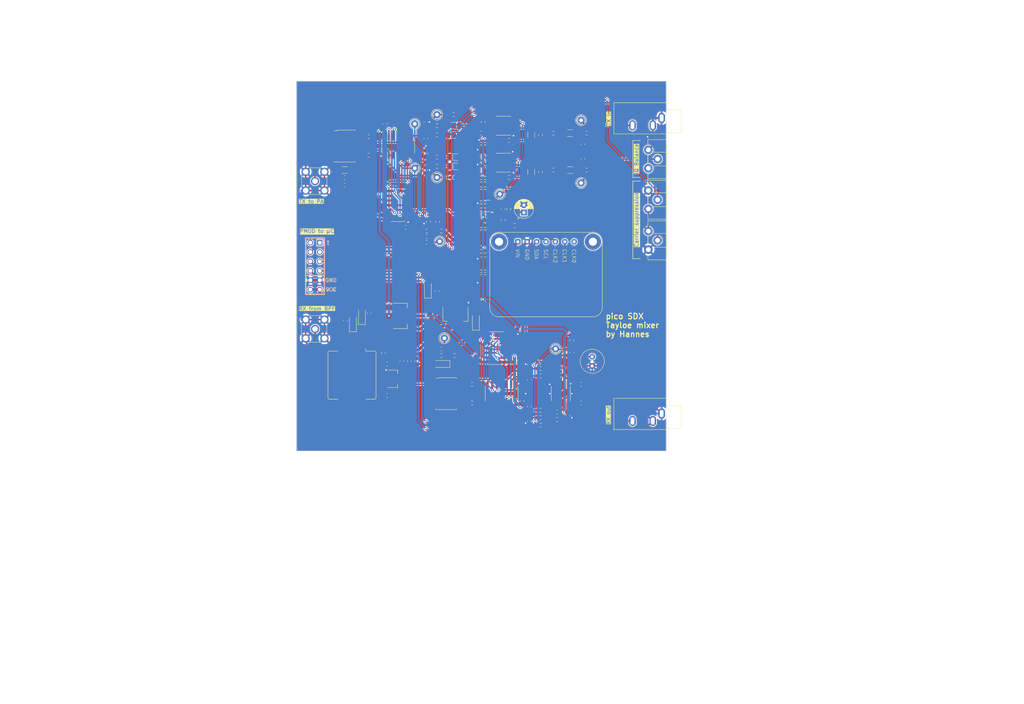
<source format=kicad_pcb>
(kicad_pcb (version 20240108) (generator "pcbnew") (generator_version "8.0")
  (layers (0 "F.Cu" signal) (31 "B.Cu" signal) (34 "B.Paste" user) (35 "F.Paste" user) (36 "B.SilkS" user "B.Silkscreen") (37 "F.SilkS" user "F.Silkscreen") (38 "B.Mask" user) (39 "F.Mask" user) (44 "Edge.Cuts" user))
  (net 0 "")
  (net 1 "GND")
  (net 2 "RX_I")
  (net 3 "RX_Q")
  (net 4 "/Downconverter/2.5V_TR")
  (net 5 "/Downconverter/2.5V_OPAMP")
  (net 6 "/Upconverter/BIAS")
  (net 7 "Net-(C24-Pad1)")
  (net 8 "/Upconverter/BIAS_I")
  (net 9 "/Upconverter/~{BIAS_I}")
  (net 10 "/Upconverter/BIAS_Q")
  (net 11 "/Upconverter/~{BIAS_Q}")
  (net 12 "+5VA")
  (net 13 "+12V")
  (net 14 "/Buffer Amplifier/RF in")
  (net 15 "Net-(R1-Pad1)")
  (net 16 "Net-(R1-Pad2)")
  (net 17 "Net-(R2-Pad2)")
  (net 18 "Net-(C8-Pad2)")
  (net 19 "Net-(C9-Pad2)")
  (net 20 "Net-(C10-Pad2)")
  (net 21 "Net-(C11-Pad2)")
  (net 22 "Net-(R2-Pad1)")
  (net 23 "Net-(C12-Pad1)")
  (net 24 "Net-(U8A-+)")
  (net 25 "Net-(R27-Pad2)")
  (net 26 "Net-(C13-Pad1)")
  (net 27 "Net-(U8B-+)")
  (net 28 "/Buffer Amplifier/RF out")
  (net 29 "Net-(C50-Pad1)")
  (net 30 "TX_I")
  (net 31 "TX_Q")
  (net 32 "/Upconverter/TX_OUT")
  (net 33 "Net-(C23-Pad1)")
  (net 34 "Net-(C25-Pad2)")
  (net 35 "Net-(C26-Pad2)")
  (net 36 "/Downconverter/~{CLK_I}")
  (net 37 "/Downconverter/CLK_Q")
  (net 40 "SCL")
  (net 41 "/Downconverter/~{CLK_Q}")
  (net 42 "/Downconverter/CLK_I")
  (net 43 "Net-(C27-Pad2)")
  (net 44 "Net-(C28-Pad2)")
  (net 45 "Net-(C28-Pad1)")
  (net 46 "Net-(C29-Pad2)")
  (net 47 "Net-(C30-Pad2)")
  (net 48 "Net-(C30-Pad1)")
  (net 49 "Net-(U11-+)")
  (net 50 "Net-(C46-Pad2)")
  (net 51 "/Upconverter/2.5V")
  (net 52 "/Upconverter/CLK_I")
  (net 53 "/Upconverter/~{CLK_Q}")
  (net 54 "/Upconverter/~{CLK_I}")
  (net 55 "/Upconverter/CLK_Q")
  (net 56 "Net-(C47-Pad1)")
  (net 57 "Net-(U8A--)")
  (net 58 "Net-(U8B--)")
  (net 59 "Net-(R15-Pad1)")
  (net 60 "Net-(U10A--)")
  (net 61 "Net-(U10B--)")
  (net 62 "Net-(R27-Pad1)")
  (net 63 "Net-(R28-Pad2)")
  (net 64 "Net-(R28-Pad1)")
  (net 65 "Net-(R29-Pad2)")
  (net 66 "Net-(R33-Pad2)")
  (net 67 "Net-(R35-Pad1)")
  (net 68 "RX_LO")
  (net 69 "TX_LO")
  (net 70 "INT")
  (net 72 "Net-(C27-Pad1)")
  (net 73 "Net-(C29-Pad1)")
  (net 74 "Net-(U14A--)")
  (net 75 "Net-(U14B--)")
  (net 77 "+3.3V")
  (net 79 "SDA")
  (footprint "Resistor_SMD:R_0603_1608Metric" (layer "F.Cu") (at 148.457 90.5305 -90)
    (property "Reference" "R14" (hide yes))
    (property "Value" "1k")
  )
  (footprint "Capacitor_SMD:C_1206_3216Metric" (layer "F.Cu") (at 139.235 41.686 -90)
    (property "Reference" "C52" (hide yes))
    (property "Value" "100pF")
  )
  (footprint "Capacitor_SMD:C_0603_1608Metric" (layer "F.Cu") (at 110.735 28.186 90)
    (property "Reference" "C36" (hide yes))
    (property "Value" "22nF")
  )
  (footprint "Resistor_SMD:R_0603_1608Metric" (layer "F.Cu") (at 141.735 96.911)
    (property "Reference" "R3" (hide yes))
    (property "Value" "100R")
  )
  (footprint "Resistor_SMD:R_0603_1608Metric" (layer "F.Cu") (at 126.235 28.186 -90)
    (property "Reference" "R20" (hide yes))
    (property "Value" "10k")
  )
  (footprint "TestPoint:TestPoint_Loop_D1.80mm_Drill1.0mm_Beaded" (layer "F.Cu") (at 130.735 47.686)
    (property "Reference" "TP11" (hide yes))
    (property "Value" "TestPoint")
  )
  (footprint "Resistor_SMD:R_0603_1608Metric" (layer "F.Cu") (at 133.235 43.186 180)
    (property "Reference" "R17" (hide yes))
    (property "Value" "10k")
  )
  (footprint "Capacitor_SMD:C_0603_1608Metric" (layer "F.Cu") (at 113.735 73.961 90)
    (property "Reference" "C2" (hide yes))
    (property "Value" "100nF")
  )
  (footprint "Resistor_SMD:R_0603_1608Metric" (layer "F.Cu") (at 146.235 108.686)
    (property "Reference" "R9" (hide yes))
    (property "Value" "2.2k")
  )
  (footprint "Capacitor_SMD:C_1206_3216Metric" (layer "F.Cu") (at 118.235 29.186 180)
    (property "Reference" "C30" (hide yes))
    (property "Value" "10µF")
  )
  (footprint "Capacitor_SMD:C_0603_1608Metric" (layer "F.Cu") (at 100.235 93.686)
    (property "Reference" "C46" (hide yes))
    (property "Value" "1µF")
  )
  (footprint "Package_TO_SOT_SMD:SOT-23-5" (layer "F.Cu") (at 127.3675 50.902888 180)
    (property "Reference" "U11" (hide yes))
    (property "Value" "LM321")
  )
  (footprint "Resistor_SMD:R_0603_1608Metric" (layer "F.Cu") (at 131.647 54.778888 90)
    (property "Reference" "R25" (hide yes))
    (property "Value" "10k")
  )
  (footprint "Resistor_SMD:R_0603_1608Metric" (layer "F.Cu") (at 154.235 31.186 180)
    (property "Reference" "R16" (hide yes))
    (property "Value" "2.7k")
  )
  (footprint "Capacitor_SMD:C_0603_1608Metric" (layer "F.Cu") (at 88.96 81.8735 90)
    (property "Reference" "C1" (hide yes))
    (property "Value" "100nF")
  )
  (footprint "Resistor_SMD:R_0603_1608Metric" (layer "F.Cu") (at 141.735 93.186 180)
    (property "Reference" "R8" (hide yes))
    (property "Value" "2.2k")
  )
  (footprint "Resistor_SMD:R_0603_1608Metric" (layer "F.Cu") (at 141.735 108.186)
    (property "Reference" "R6" (hide yes))
    (property "Value" "100R")
  )
  (footprint "TestPoint:TestPoint_Loop_D1.80mm_Drill1.0mm_Beaded" (layer "F.Cu") (at 152.735 44.686)
    (property "Reference" "TP5" (hide yes))
    (property "Value" "TestPoint")
  )
  (footprint "TestPoint:TestPoint_Loop_D1.80mm_Drill1.0mm_Beaded" (layer "F.Cu") (at 115.735 86.686)
    (property "Reference" "TP3" (hide yes))
    (property "Value" "RX_TR_Midpoint")
  )
  (footprint "Capacitor_SMD:C_0603_1608Metric" (layer "F.Cu") (at 138.735 97.911 90)
    (property "Reference" "C8" (hide yes))
    (property "Value" "22nF")
  )
  (footprint "Capacitor_Tantalum_SMD:CP_EIA-3216-18_Kemet-A" (layer "F.Cu") (at 124.235 82.186 90)
    (property "Reference" "C6" (hide yes))
    (property "Value" "1µF")
  )
  (footprint "Resistor_SMD:R_0603_1608Metric" (layer "F.Cu") (at 111.41 55.186 -90)
    (property "Reference" "R30" (hide yes))
    (property "Value" "2.2k")
  )
  (footprint "Capacitor_Tantalum_SMD:CP_EIA-3216-18_Kemet-A" (layer "F.Cu") (at 111.235 73.536 90)
    (property "Reference" "C4" (hide yes))
    (property "Value" "1µF")
  )
  (footprint "Capacitor_SMD:C_0603_1608Metric" (layer "F.Cu") (at 88.735 45.25 180)
    (property "Reference" "C41" (hide yes))
    (property "Value" "10nF")
  )
  (footprint "Resistor_SMD:R_0603_1608Metric" (layer "F.Cu") (at 141.735 106.186)
    (property "Reference" "R5" (hide yes))
    (property "Value" "100R")
  )
  (footprint "Resistor_SMD:R_0603_1608Metric" (layer "F.Cu") (at 99.235 90.686 90)
    (property "Reference" "R36" (hide yes))
    (property "Value" "1.8R")
  )
  (footprint "Capacitor_SMD:C_0603_1608Metric" (layer "F.Cu") (at 146.235 106.686 180)
    (property "Reference" "C13" (hide yes))
    (property "Value" "330pF")
  )
  (footprint "Resistor_SMD:R_0603_1608Metric" (layer "F.Cu") (at 110.91 57.686 180)
    (property "Reference" "R32" (hide yes))
    (property "Value" "2.2k")
  )
  (footprint "Capacitor_SMD:C_0603_1608Metric" (layer "F.Cu") (at 110.735 36.686 90)
    (property "Reference" "C34" (hide yes))
    (property "Value" "22nF")
  )
  (footprint "Capacitor_SMD:C_1206_3216Metric" (layer "F.Cu") (at 149.735 31.186 180)
    (property "Reference" "C26" (hide yes))
    (property "Value" "10µF")
  )
  (footprint "Capacitor_SMD:C_0603_1608Metric" (layer "F.Cu") (at 127.075 53.762888)
    (property "Reference" "C38" (hide yes))
    (property "Value" "100nF")
  )
  (footprint "Capacitor_SMD:C_0603_1608Metric" (layer "F.Cu") (at 95.46 79.9235 90)
    (property "Reference" "C7" (hide yes))
    (property "Value" "100nF")
  )
  (footprint "Package_TO_SOT_SMD:SOT-89-3" (layer "F.Cu") (at 101.735 97.686)
    (property "Reference" "U13" (hide yes))
    (property "Value" "HMC589A")
  )
  (footprint "Capacitor_SMD:C_0603_1608Metric" (layer "F.Cu") (at 138.735 105.186 -90)
    (property "Reference" "C10" (hide yes))
    (property "Value" "22nF")
  )
  (footprint "Resistor_SMD:R_0603_1608Metric" (layer "F.Cu") (at 95.235 32.186 180)
    (property "Reference" "R28" (hide yes))
    (property "Value" "47R")
  )
  (footprint "Resistor_SMD:R_0603_1608Metric" (layer "F.Cu") (at 114.929 91.368 180)
    (property "Reference" "R12" (hide yes))
    (property "Value" "1k")
  )
  (footprint "Capacitor_SMD:C_0603_1608Metric" (layer "F.Cu") (at 135.46 93.186)
    (property "Reference" "C14" (hide yes))
    (property "Value" "100nF")
  )
  (footprint "Resistor_SMD:R_0603_1608Metric" (layer "F.Cu") (at 145.235 41.186 180)
    (property "Reference" "R39" (hide yes))
    (property "Value" "7.5k")
  )
  (footprint "Capacitor_SMD:C_1206_3216Metric" (layer "F.Cu") (at 118.735 40.186 180)
    (property "Reference" "C27" (hide yes))
    (property "Value" "10µF")
  )
  (footprint "Capacitor_SMD:C_0603_1608Metric" (layer "F.Cu") (at 136.735 103.686 90)
    (property "Reference" "C17" (hide yes))
    (property "Value" "100nF")
  )
  (footprint "Capacitor_SMD:C_0603_1608Metric" (layer "F.Cu") (at 114.929 89.59 180)
    (property "Reference" "C18" (hide yes))
    (property "Value" "10nF")
  )
  (footprint "Capacitor_SMD:C_0603_1608Metric" (layer "F.Cu") (at 110.91 60.686 180)
    (property "Reference" "C45" (hide yes))
    (property "Value" "100nF")
  )
  (footprint "TestPoint:TestPoint_Loop_D1.80mm_Drill1.0mm_Beaded" (layer "F.Cu") (at 114.479 60.48)
    (property "Reference" "TP12" (hide yes))
    (property "Value" "TestPoint")
  )
  (footprint "Capacitor_SMD:C_0603_1608Metric" (layer "F.Cu") (at 150.235 90.5305 -90)
    (property "Reference" "C19" (hide yes))
    (property "Value" "100nF")
  )
  (footprint "Capacitor_SMD:C_1206_3216Metric" (layer "F.Cu") (at 139.235 31.686 -90)
    (property "Reference" "C53" (hide yes))
    (property "Value" "100pF")
  )
  (footprint "Capacitor_Tantalum_SMD:CP_EIA-3216-18_Kemet-A" (layer "F.Cu") (at 93.428 80.6855 90)
    (property "Reference" "C5" (hide yes))
    (property "Value" "1µF")
  )
  (footprint "Resistor_SMD:R_0603_1608Metric" (layer "F.Cu") (at 141.735 94.911)
    (property "Reference" "R4" (hide yes))
    (property "Value" "100R")
  )
  (footprint "Resistor_SMD:R_0603_1608Metric" (layer "F.Cu") (at 113.735 37.686 180)
    (property "Reference" "R22" (hide yes))
    (property "Value" "51R")
  )
  (footprint "Resistor_SMD:R_0603_1608Metric" (layer "F.Cu") (at 123.235 104.186)
    (property "Reference" "R2" (hide yes))
    (property "Value" "82R")
  )
  (footprint "Resistor_SMD:R_0603_1608Metric" (layer "F.Cu") (at 133.171 51.730888 90)
    (property "Reference" "R26" (hide yes))
    (property "Value" "10k")
  )
  (footprint "Capacitor_SMD:C_0603_1608Metric" (layer "F.Cu") (at 88.735 43.218 180)
    (property "Reference" "C39" (hide yes))
    (property "Value" "100nF")
  )
  (footprint "Capacitor_SMD:C_0603_1608Metric" (layer "F.Cu") (at 152.735 99.186 180)
    (property "Reference" "C15" (hide yes))
    (property "Value" "1µF")
  )
  (footprint "Capacitor_SMD:C_0603_1608Metric" (layer "F.Cu") (at 100.235 102.186)
    (property "Reference" "C50" (hide yes))
    (property "Value" "1µF")
  )
  (footprint "Capacitor_SMD:C_0603_1608Metric" (layer "F.Cu") (at 138.735 93.911 -90)
    (property "Reference" "C9" (hide yes))
    (property "Value" "22nF")
  )
  (footprint "Capacitor_SMD:C_0603_1608Metric" (layer "F.Cu") (at 110.735 41.186 -90)
    (property "Reference" "C33" (hide yes))
    (property "Value" "22nF")
  )
  (footprint "Resistor_SMD:R_0603_1608Metric" (layer "F.Cu") (at 113.735 29.186 180)
    (property "Reference" "R24" (hide yes))
    (property "Value" "51R")
  )
  (footprint "Capacitor_SMD:C_0603_1608Metric" (layer "F.Cu") (at 105.235 56.686 180)
    (property "Reference" "C42" (hide yes))
    (property "Value" "100nF")
  )
  (footprint "TestPoint:TestPoint_Loop_D1.80mm_Drill1.0mm_Beaded" (layer "F.Cu") (at 107.735 40.686)
    (property "Reference" "TP8" (hide yes))
    (property "Value" "TestPoint")
  )
  (footprint "Capacitor_SMD:C_0603_1608Metric" (layer "F.Cu") (at 125.735 41.186 180)
    (property "Reference" "C44" (hide yes))
    (property "Value" "100nF")
  )
  (footprint "Resistor_SMD:R_0603_1608Metric" (layer "F.Cu") (at 118.235 43.186)
    (property "Reference" "R29" (hide yes))
    (property "Value" "2.2k")
  )
  (footprint "Connector_Audio:Jack_3.5mm_CUI_SJ1-3533NG_Horizontal" (layer "F.Cu") (at 174.535 107.086 -90)
    (property "Reference" "J6" (hide yes))
    (property "Value" "AudioJack3")
  )
  (footprint "Potentiometer_THT:Potentiometer_Piher_PT-10-H01_Horizontal" (layer "F.Cu") (at 170.935 57.711)
    (property "Reference" "RV2" (hide yes))
    (property "Value" "1k")
  )
  (footprint "Resistor_SMD:R_0603_1608Metric" (layer "F.Cu") (at 113.91 55.186 90)
    (property "Reference" "R34" (hide yes))
    (property "Value" "2.2k")
  )
  (footprint "Connector_Audio:Jack_3.5mm_CUI_SJ1-3533NG_Horizontal" (layer "F.Cu") (at 174.535 27.086 -90)
    (property "Reference" "J7" (hide yes))
    (property "Value" "AudioJack3")
  )
  (footprint "Capacitor_SMD:C_0603_1608Metric" (layer "F.Cu") (at 153.235 38.186 90)
    (property "Reference" "C23" (hide yes))
    (property "Value" "220pF")
  )
  (footprint "Package_SO:SOIC-14_3.9x8.7mm_P1.27mm" (layer "F.Cu") (at 131.235 101.686 -90)
    (property "Reference" "U7" (hide yes))
    (property "Value" "4066")
  )
  (footprint "Connector_Coaxial:SMA_Molex_73251-2200_Horizontal" (layer "F.Cu") (at 80.735 44.186 90)
    (property "Reference" "J5" (hide yes))
    (property "Value" "Conn_Coaxial")
  )
  (footprint "Resistor_SMD:R_0603_1608Metric" (layer "F.Cu") (at 141.735 110.186 180)
    (property "Reference" "R10" (hide yes))
    (property "Value" "2.2k")
  )
  (footprint "TestPoint:TestPoint_Loop_D1.80mm_Drill1.0mm_Beaded" (layer "F.Cu") (at 152.735 27.686)
    (property "Reference" "TP6" (hide yes))
    (property "Value" "TestPoint")
  )
  (footprint "Resistor_SMD:R_0603_1608Metric" (layer "F.Cu") (at 154.235 41.186 180)
    (property "Reference" "R15" (hide yes))
    (property "Value" "2.2k")
  )
  (footprint "Capacitor_SMD:C_0603_1608Metric" (layer "F.Cu") (at 110.735 32.686 -90)
    (property "Reference" "C35" (hide yes))
    (property "Value" "22nF")
  )
  (footprint "Capacitor_THT:C_Radial_D6.3mm_H11.0mm_P2.50mm" (layer "F.Cu") (at 155.735 91.686 -90)
    (property "Reference" "C22" (hide yes))
    (property "Value" "330µF")
  )
  (footprint "Capacitor_SMD:C_0603_1608Metric" (layer "F.Cu") (at 152.735 104.186 180)
    (property "Reference" "C16" (hide yes))
    (property "Value" "1µF")
  )
  (footprint "Capacitor_SMD:C_0603_1608Metric" (layer "F.Cu") (at 131.647 51.730888 90)
    (property "Reference" "C32" (hide yes))
    (property "Value" "100nF")
  )
  (footprint "Resistor_SMD:R_0603_1608Metric" (layer "F.Cu") (at 113.735 40.186 180)
    (property "Reference" "R21" (hide yes))
    (property "Value" "51R")
  )
  (footprint "TestPoint:TestPoint_Loop_D1.80mm_Drill1.0mm_Beaded" (layer "F.Cu") (at 107.735 28.686)
    (property "Reference" "TP9" (hide yes))
    (property "Value" "TestPoint")
  )
  (footprint "TestPoint:TestPoint_Loop_D1.80mm_Drill1.0mm_Beaded" (layer "F.Cu") (at 113.735 43.186)
    (property "Reference" "TP7" (hide yes))
    (property "Value" "TestPoint")
  )
  (footprint "Resistor_SMD:R_0603_1608Metric" (layer "F.Cu") (at 134.735 56.186)
    (property "Reference" "R33" (hide yes))
    (property "Value" "1.2k")
  )
  (footprint "Capacitor_SMD:C_0603_1608Metric" (layer "F.Cu") (at 99.625 28.686 90)
    (property "Reference" "C40" (hide yes))
    (property "Value" "100nF")
  )
  (footprint "pico-sdx:Module_Si5351" (layer "F.Cu") (at 143.235 68.206 -90)
    (property "Reference" "U1" (hide yes))
    (property "Value" "~" (hide yes))
  )
  (footprint "Capacitor_SMD:C_0603_1608Metric" (layer "F.Cu") (at 110.91 59.186 180)
    (property "Reference" "C43" (hide yes))
    (property "Value" "100nF")
  )
  (footprint "Resistor_SMD:R_0603_1608Metric" (layer "F.Cu") (at 141.735 41.686 -90)
    (property "Reference" "R38" (hide yes))
    (property "Value" "10k")
  )
  (footprint "Resistor_SMD:R_0603_1608Metric" (layer "F.Cu") (at 133.235 33.186 180)
    (property "Reference" "R18" (hide yes))
    (property "Value" "10k")
  )
  (footprint "Resistor_SMD:R_0603_1608Metric" (layer "F.Cu") (at 147.235 94.686)
    (property "Reference" "R7" (hide yes))
    (property "Value" "2.2k")
  )
  (footprint "Capacitor_SMD:C_0603_1608Metric" (layer "F.Cu") (at 138.735 109.186 90)
    (property "Reference" "C11" (hide yes))
    (property "Value" "22nF")
  )
  (footprint "pico-sdx:Transformer_MiniCircuits_ADT1-6T+" (layer "F.Cu") (at 116.235 101.686 -90)
    (property "Reference" "T1" (hide yes))
    (property "Value" "T-622")
  )
  (footprint "Capacitor_SMD:C_0603_1608Metric" (layer "F.Cu") (at 108.235 92.911 -90)
    (property "Reference" "C47" (hide yes))
    (property "Value" "2.2µF")
  )
  (footprint "Inductor_SMD:L_Bourns_SRR1208_12.7x12.7mm" (layer "F.Cu") (at 90.735 96.686 -90)
    (property "Reference" "L1" (hide yes))
    (property "Value" "27µH")
  )
  (footprint "Package_SO:SOIC-8_3.9x4.9mm_P1.27mm" (layer "F.Cu") (at 131.735 39.186 180)
    (property "Reference" "U10" (hide yes))
    (property "Value" "OPA1602")
  )
  (footprint "Package_TO_SOT_SMD:SOT-223-3_TabPin2" (layer "F.Cu") (at 103.8 80.661)
    (property "Reference" "U17" (hide yes))
    (property "Value" "LT1117-3.3")
  )
  (footprint "Package_SO:SOIC-14_3.9x8.7mm_P1.27mm" (layer "F.Cu") (at 129.76 89.376 180)
    (property "Reference" "U6" (hide yes))
    (property "Value" "74HC74")
  )
  (footprint "Resistor_SMD:R_0603_1608Metric" (layer "F.Cu") (at 126.235 38.186 -90)
    (property "Reference" "R19" (hide yes))
    (property "Value" "10k")
  )
  (footprint "Capacitor_SMD:C_1206_3216Metric" (layer "F.Cu") (at 118.735 37.686 180)
    (property "Reference" "C28" (hide yes))
    (property "Value" "10µF")
  )
  (footprint "Capacitor_SMD:C_0603_1608Metric" (layer "F.Cu") (at 149.235 107.686 -90)
    (property "Reference" "C20" (hide yes))
    (property "Value" "100nF")
  )
  (footprint "Resistor_SMD:R_0603_1608Metric" (layer "F.Cu") (at 141.735 31.686 -90)
    (property "Reference" "R37" (hide yes))
    (property "Value" "10k")
  )
  (footprint "Potentiometer_THT:Potentiometer_Piher_PT-10-H01_Horizontal" (layer "F.Cu") (at 170.935 46.711)
    (property "Reference" "RV3" (hide yes))
    (property "Value" "1k")
  )
  (footprint "Capacitor_Tantalum_SMD:CP_EIA-3216-18_Kemet-A" (layer "F.Cu") (at 90.992 82.6355 90)
    (property "Reference" "C3" (hide yes))
    (property "Value" "1µF")
  )
  (footprint "Package_SO:SOIC-14_3.9x8.7mm_P1.27mm" (layer "F.Cu") (at 103.235 34.686 90)
    (property "Reference" "U12" (hide yes))
    (property "Value" "4066")
  )
  (footprint "Capacitor_SMD:C_0603_1608Metric" (layer "F.Cu") (at 125.622 31.186 180)
    (property "Reference" "C51" (hide yes))
    (property "Value" "100nF")
  )
  (footprint "TestPoint:TestPoint_Loop_D1.80mm_Drill1.0mm_Beaded" (layer "F.Cu") (at 113.735 26.186 180)
    (property "Reference" "TP10" (hide yes))
    (property "Value" "TestPoint")
  )
  (footprint "Connector_Coaxial:SMA_Molex_73251-2200_Horizontal" (layer "F.Cu") (at 80.735 84.186 90)
    (property "Reference" "J4" (hide yes))
    (property "Value" "Conn_Coaxial")
  )
  (footprint "Resistor_SMD:R_0603_1608Metric" (layer "F.Cu") (at 123.235 99.186)
    (property "Reference" "R1" (hide yes))
    (property "Value" "82R")
  )
  (footprint "Capacitor_Tantalum_SMD:CP_EIA-3216-18_Kemet-A" (layer "F.Cu") (at 114.929 93.654 180)
    (property "Reference" "C21" (hide yes))
    (property "Value" "1µF")
  )
  (footprint "pmod-conn_6x2:pmod_pin_array_6x2" (layer "F.Cu") (at 80.735 67.186)
    (property "Reference" "P1" (hide yes))
    (property "Value" "PMOD-Device-x2-Type-Generic-Alt" (hide yes))
  )
  (footprint "pico-sdx:Transformer_MiniCircuits_ADT1-6T+" (layer "F.Cu") (at 88.735 34.686 -90)
    (property "Reference" "T2" (hide yes))
    (property "Value" "Transformer_SP_1S")
  )
  (footprint "Package_SO:SOIC-8_3.9x4.9mm_P1.27mm" (layer "F.Cu") (at 131.735 29.186 180)
    (property "Reference" "U14" (hide yes))
    (property "Value" "OPA1602")
  )
  (footprint "Resistor_SMD:R_0603_1608Metric" (layer "F.Cu") (at 145.235 31.186 180)
    (property "Reference" "R40" (hide yes))
    (property "Value" "7.5k")
  )
  (footprint "Capacitor_SMD:C_1206_3216Metric" (layer "F.Cu") (at 88.735 41.186 180)
    (property "Reference" "C37" (hide yes))
    (property "Value" "10µF")
  )
  (footprint "Resistor_SMD:R_0603_1608Metric" (layer "F.Cu") (at 118.485 91.368 180)
    (property "Reference" "R11" (hide yes))
    (property "Value" "1k")
  )
  (footprint "Package_TO_SOT_SMD:SOT-223-3_TabPin2" (layer "F.Cu") (at 118.735 80.186 -90)
    (property "Reference" "U5" (hide yes))
    (property "Value" "LT1117-5.0")
  )
  (footprint "Capacitor_THT:CP_Radial_D5.0mm_P2.00mm" (layer "F.Cu") (at 137.235 52.686 90)
    (property "Reference" "C31" (hide yes))
    (property "Value" "47µF")
  )
  (footprint "Capacitor_SMD:C_0603_1608Metric" (layer "F.Cu") (at 106.235 92.911 -90)
    (property "Reference" "C48" (hide yes))
    (property "Value" "1000pF")
  )
  (footprint "Capacitor_SMD:C_0603_1608Metric" (layer "F.Cu") (at 153.235 34.186 -90)
    (property "Reference" "C24" (hide yes))
    (property "Value" "220pF")
  )
  (footprint "Potentiometer_THT:Potentiometer_Piher_PT-10-H01_Horizontal" (layer "F.Cu") (at 170.935 35.711)
    (property "Reference" "RV1" (hide yes))
    (property "Value" "1k")
  )
  (footprint "Resistor_SMD:R_0603_1608Metric" (layer "F.Cu") (at 95.235 37.186 180)
    (property "Reference" "R27" (hide yes))
    (property "Value" "47R")
  )
  (footprint "Package_SO:SOIC-8_3.9x4.9mm_P1.27mm" (layer "F.Cu") (at 147.235 101.686 -90)
    (property "Reference" "U8" (hide yes))
    (property "Value" "OPA2350")
  )
  (footprint "Capacitor_SMD:C_1206_3216Metric" (layer "F.Cu") (at 149.735 41.186 180)
    (property "Reference" "C25" (hide yes))
    (property "Value" "10µF")
  )
  (footprint "Resistor_SMD:R_0603_1608Metric" (layer "F.Cu") (at 113.735 31.686 180)
    (property "Reference" "R23" (hide yes))
    (property "Value" "51R")
  )
  (footprint "Resistor_SMD:R_0603_1608Metric" (layer "F.Cu") (at 150.235 87.2915 -90)
    (property "Reference" "R13" (hide yes))
    (property "Value" "1k")
  )
  (footprint "Capacitor_SMD:C_0603_1608Metric" (layer "F.Cu") (at 104.235 92.911 -90)
    (property "Reference" "C49" (hide yes))
    (property "Value" "100pF")
  )
  (footprint "Capacitor_SMD:C_1206_3216Metric" (layer "F.Cu") (at 118.235 31.686 180)
    (property "Reference" "C29" (hide yes))
    (property "Value" "10µF")
  )
  (footprint "Resistor_SMD:R_0603_1608Metric" (layer "F.Cu") (at 114.91 57.686 180)
    (property "Reference" "R31" (hide yes))
    (property "Value" "2.2k")
  )
  (footprint "Capacitor_SMD:C_0603_1608Metric" (layer "F.Cu") (at 147.235 96.686 180)
    (property "Reference" "C12" (hide yes))
    (property "Value" "330pF")
  )
  (footprint "Package_SO:SOIC-14_3.9x8.7mm_P1.27mm" (layer "F.Cu") (at 103.235 50.686 180)
    (property "Reference" "U9" (hide yes))
    (property "Value" "74HC74")
  )
  (footprint "TestPoint:TestPoint_Loop_D1.80mm_Drill1.0mm_Beaded" (layer "F.Cu") (at 145.842 89.578888)
    (property "Reference" "TP4" (hide yes))
    (property "Value" "RX_OPAMP_Midpoint")
  )
  (footprint "Resistor_SMD:R_0603_1608Metric" (layer "F.Cu") (at 118.235 26.186 180)
    (property "Reference" "R35" (hide yes))
    (property "Value" "2.2k")
  )
  (gr_line (start 166.735 65.186) (end 168.735 65.186) (stroke (width 0.15)) (layer "F.SilkS"))
  (gr_line (start 168.735 44.186) (end 166.735 44.186) (stroke (width 0.15)) (layer "F.SilkS"))
  (gr_line (start 168.735 33.186) (end 166.735 33.186) (stroke (width 0.15)) (layer "F.SilkS"))
  (gr_line (start 166.735 44.186) (end 166.735 65.186) (stroke (width 0.15)) (layer "F.SilkS"))
  (gr_line (start 166.735 43.186) (end 168.735 43.186) (stroke (width 0.15)) (layer "F.SilkS"))
  (gr_line (start 166.735 33.186) (end 166.735 43.186) (stroke (width 0.15)) (layer "F.SilkS"))
  (gr_poly (pts (xy 75.735 17.186) (xy 175.735 17.186) (xy 175.735 67.186) (xy 175.735 92.186) (xy 175.735 117.186) (xy 75.735 117.186)) (stroke (width 0.1)) (fill none) (layer "Edge.Cuts"))
  (gr_text "Carrier suppression" (at 167.735 54.686 90) (layer "F.SilkS" knockout) (effects (font (size 1 1))))
  (gr_text "RX from BPF" (at 81.235 78.686 0) (layer "F.SilkS" knockout) (effects (font (size 1 1))))
  (gr_text "IQ Balance" (at 167.735 38.186 90) (layer "F.SilkS" knockout) (effects (font (size 1 1))))
  (gr_text "PMOD to µC" (at 81.235 57.686 0) (layer "F.SilkS" knockout) (effects (font (size 1 1))))
  (gr_text "pico SDX\nTayloe mixer\nby Hannes" (at 159.235 83.186 0) (layer "F.SilkS") (effects (font (size 1.5 1.5) (thickness 0.3) (bold yes)) (justify left)))
  (gr_text "TX in" (at 160.235 27.186 90) (layer "F.SilkS" knockout) (effects (font (size 1 1))))
  (gr_text "RX out" (at 160.735 110.186 90) (layer "F.SilkS" knockout) (effects (font (size 1 1)) (justify left bottom)))
  (gr_text "TX to PA" (at 79.735 49.686 0) (layer "F.SilkS" knockout) (effects (font (size 1 1))))
  (segment (start 134.21 36.211012) (end 134.209994 36.211006) (width 0.4) (layer "F.Cu") (net 1))
  (segment (start 136.235 93.186) (end 137.235 93.186) (width 0.4) (layer "F.Cu") (net 1))
  (segment (start 90.805 81.0985) (end 90.992 81.2855) (width 0.8) (layer "F.Cu") (net 1))
  (segment (start 82.005 70.996) (end 88.96 77.951) (width 0.8) (layer "F.Cu") (net 1))
  (segment (start 104.235 93.686) (end 113.547 93.686) (width 0.4) (layer "F.Cu") (net 1))
  (segment (start 114.104 93.129) (end 113.579 93.654) (width 0.4) (layer "F.Cu") (net 1))
  (segment (start 87.96 41.886) (end 87.26 41.186) (width 0.4) (layer "F.Cu") (net 1))
  (segment (start 124.96 41.186) (end 124.96 39.911) (width 0.4) (layer "F.Cu") (net 1))
  (segment (start 79.465 70.996) (end 82.005 70.996) (width 0.8) (layer "F.Cu") (net 1))
  (segment (start 124.735 71.68601) (end 113.23501 71.68601) (width 0.8) (layer "F.Cu") (net 1))
  (segment (start 134.21 37.281) (end 134.21 36.161) (width 0.4) (layer "F.Cu") (net 1))
  (segment (start 134.21 36.161) (end 133.734996 35.685996) (width 0.4) (layer "F.Cu") (net 1))
  (segment (start 153.105 37.281) (end 134.21 37.281) (width 0.4) (layer "F.Cu") (net 1))
  (segment (start 127.842501 50.902888) (end 128.505 50.902888) (width 0.4) (layer "F.Cu") (net 1))
  (segment (start 110.135 57.736) (end 110.085 57.686) (width 0.4) (layer "F.Cu") (net 1))
  (segment (start 101.35 26.186) (end 99.625 27.911) (width 0.4) (layer "F.Cu") (net 1))
  (segment (start 110.735 35.911) (end 110.960004 35.685996) (width 0.4) (layer "F.Cu") (net 1))
  (segment (start 153.235 34.961) (end 153.235 37.411) (width 0.4) (layer "F.Cu") (net 1))
  (segment (start 153.235 37.411) (end 158.46 32.186) (width 0.4) (layer "F.Cu") (net 1))
  (segment (start 100.65 78.361) (end 96.2475 78.361) (width 0.8) (layer "F.Cu") (net 1))
  (segment (start 142.735 101.686) (end 144.235 101.686) (width 0.4) (layer "F.Cu") (net 1))
  (segment (start 78.195 86.726) (end 78.195 87.726) (width 0.4) (layer "F.Cu") (net 1))
  (segment (start 78.195 87.726) (end 79.195 88.726) (width 0.4) (layer "F.Cu") (net 1))
  (segment (start 83.275 46.726) (end 83.275 41.646) (width 0.4) (layer "F.Cu") (net 1))
  (segment (start 87.865 33.3715) (end 87.865 40.581) (width 0.4) (layer "F.Cu") (net 1))
  (segment (start 131.594 50.902888) (end 131.647 50.955888) (width 0.4) (layer "F.Cu") (net 1))
  (segment (start 78.195 41.646) (end 78.195 46.726) (width 0.4) (layer "F.Cu") (net 1))
  (segment (start 142.735 101.686) (end 150.235 101.686) (width 0.4) (layer "F.Cu") (net 1))
  (segment (start 127.85 53.762888) (end 127.4425 53.355388) (width 0.4) (layer "F.Cu") (net 1))
  (segment (start 78.195 86.726) (end 78.195 81.646) (width 0.4) (layer "F.Cu") (net 1))
  (segment (start 111.235 72.186) (end 110.735 72.186) (width 0.8) (layer "F.Cu") (net 1))
  (segment (start 105.71 46.876) (end 110.625 41.961) (width 0.4) (layer "F.Cu") (net 1))
  (segment (start 87.865 40.581) (end 87.26 41.186) (width 0.4) (layer "F.Cu") (net 1))
  (segment (start 88.96 81.0985) (end 90.805 81.0985) (width 0.8) (layer "F.Cu") (net 1))
  (segment (start 113.579 93.654) (end 115.365 95.44) (width 0.4) (layer "F.Cu") (net 1))
  (segment (start 132.235 85.566) (end 135.615 85.566) (width 0.4) (layer "F.Cu") (net 1))
  (segment (start 137.015112 50.905888) (end 137.235 50.686) (width 0.4) (layer "F.Cu") (net 1))
  (segment (start 103.8725 93.686) (end 99.8725 97.686) (width 0.4) (layer "F.Cu") (net 1))
  (segment (start 110.960004 35.685996) (end 124.735 35.685996) (width 0.4) (layer "F.Cu") (net 1))
  (segment (start 133.121 50.955888) (end 133.171 50.905888) (width 0.4) (layer "F.Cu") (net 1))
  (segment (start 107.045 37.161) (end 108.295 35.911) (width 0.4) (layer "F.Cu") (net 1))
  (segment (start 113.235 71.686) (end 112.735 72.186) (width 0.8) (layer "F.Cu") (net 1))
  (segment (start 166.96 50.686) (end 137.235 50.686) (width 0.4) (layer "F.Cu") (net 1))
  (segment (start 138.735006 101.686) (end 137.735 101.686) (width 0.4) (layer "F.Cu") (net 1))
  (segment (start 91.478 81.2855) (end 93.428 79.3355) (width 0.8) (layer "F.Cu") (net 1))
  (segment (start 110.735 41.961) (end 110.96 41.961) (width 0.4) (layer "F.Cu") (net 1))
  (segment (start 88.155 97.686) (end 99.8725 97.686) (width 0.4) (layer "F.Cu") (net 1))
  (segment (start 86.6395 32.146) (end 87.865 33.3715) (width 0.4) (layer "F.Cu") (net 1))
  (segment (start 124.735 65.186) (end 133.555 65.186) (width 0.8) (layer "F.Cu") (net 1))
  (segment (start 110.625 41.961) (end 110.735 41.961) (width 0.4) (layer "F.Cu") (net 1))
  (segment (start 138.185 93.686) (end 137.735 93.686) (width 0.4) (layer "F.Cu") (net 1))
  (segment (start 79.195 88.726) (end 88.155 97.686) (width 0.4) (layer "F.Cu") (net 1))
  (segment (start 136.735 101.686) (end 138.735 101.686) (width 0.4) (layer "F.Cu") (net 1))
  (segment (start 86.195 32.146) (end 86.6395 32.146) (width 0.4) (layer "F.Cu") (net 1))
  (segment (start 124.735 50.186) (end 125.451888 50.902888) (width 0.4) (layer "F.Cu") (net 1))
  (segment (start 138.009996 109.961) (end 137.734996 109.686) (width 0.4) (layer "F.Cu") (net 1))
  (segment (start 138.735 101.686) (end 137.735 101.686) (width 0.4) (layer "F.Cu") (net 1))
  (segment (start 86.195 32.146) (end 85.7505 32.146) (width 0.4) (layer "F.Cu") (net 1))
  (segment (start 104.46 56.686) (end 106.96 59.186) (width 0.4) (layer "F.Cu") (net 1))
  (segment (start 155.735 94.186) (end 161.635 94.186) (width 0.4) (layer "F.Cu") (net 1))
  (segment (start 110.735 27.411) (end 109.51 26.186) (width 0.4) (layer "F.Cu") (net 1))
  (segment (start 115.365 95.44) (end 115.365 103.056) (width 0.4) (layer "F.Cu") (net 1))
  (segment (start 88.96 77.951) (end 88.96 81.0985) (width 0.8) (layer "F.Cu") (net 1))
  (segment (start 83.275 81.646) (end 83.275 86.726) (width 0.4) (layer "F.Cu") (net 1))
  (segment (start 150.185 91.3555) (end 150.235 91.3055) (width 0.4) (layer "F.Cu") (net 1))
  (segment (start 119.155 109.686) (end 137.734996 109.686) (width 0.4) (layer "F.Cu") (net 1))
  (segment (start 138.735 109.961) (end 138.009996 109.961) (width 0.4) (layer "F.Cu") (net 1))
  (segment (start 124.847 31.186) (end 124.847 32.798002) (width 0.4) (layer "F.Cu") (net 1))
  (segment (start 127.4425 51.302889) (end 127.842501 50.902888) (width 0.4) (layer "F.Cu") (net 1))
  (segment (start 145.33 99.211) (end 144.26 99.211) (width 0.4) (layer "F.Cu") (net 1))
  (segment (start 83.275 81.646) (end 78.195 81.646) (width 0.4) (layer "F.Cu") (net 1))
  (segment (start 142.735 101.686) (end 138.735006 101.686) (width 0.4) (layer "F.Cu") (net 1))
  (segment (start 149.235 108.461) (end 149.96 108.461) (width 0.4) (layer "F.Cu") (net 1))
  (segment (start 78.195 39.7015) (end 78.195 41.646) (width 0.4) (layer "F.Cu") (net 1))
  (segment (start 128.532918 101.686) (end 136.735 101.686) (width 0.4) (layer "F.Cu") (net 1))
  (segment (start 124.96 39.911) (end 124.735 39.686) (width 0.4) (layer "F.Cu") (net 1))
  (segment (start 93.615 79.1485) (end 93.428 79.3355) (width 0.8) (layer "F.Cu") (net 1))
  (segment (start 148.457 91.3555) (end 150.185 91.3555) (width 0.4) (layer "F.Cu") (net 1))
  (segment (start 90.43 27.911) (end 99.625 27.911) (width 0.4) (layer "F.Cu") (net 1))
  (segment (start 127.425 99.211) (end 127.425 100.578082) (width 0.4) (layer "F.Cu") (net 1))
  (segment (start 85.7505 32.146) (end 81.22275 36.67375) (width 0.4) (layer "F.Cu") (net 1))
  (segment (start 136.735 102.911) (end 136.735 101.686) (width 0.4) (layer "F.Cu") (net 1))
  (segment (start 87.96 45.25) (end 87.96 43.218) (width 0.4) (layer "F.Cu") (net 1))
  (segment (start 137.235 93.186) (end 137.735 93.686) (width 0.4) (layer "F.Cu") (net 1))
  (segment (start 90.992 81.2855) (end 91.478 81.2855) (width 0.8) (layer "F.Cu") (net 1))
  (segment (start 110.735 27.411) (end 110.96 27.411) (width 0.4) (layer "F.Cu") (net 1))
  (segment (start 114.104 91.368) (end 114.104 93.129) (width 0.4) (layer "F.Cu") (net 1))
  (segment (start 110.235 55.686) (end 110.235 57.536) (width 0.4) (layer "F.Cu") (net 1))
  (segment (start 150.235 91.3055) (end 153.1155 94.186) (width 0.4) (layer "F.Cu") (net 1))
  (segment (start 144.26 99.211) (end 144.235 99.186) (width 0.4) (layer "F.Cu") (net 1))
  (segment (start 110.135 59.186) (end 110.135 57.736) (width 0.4) (layer "F.Cu") (net 1))
  (segment (start 109.51 26.186) (end 101.35 26.186) (width 0.4) (layer "F.Cu") (net 1))
  (segment (start 86.195 32.146) (end 90.43 27.911) (width 0.4) (layer "F.Cu") (net 1))
  (segment (start 125.451888 50.902888) (end 128.505 50.902888) (width 0.4) (layer "F.Cu") (net 1))
  (segment (start 153.235 37.411) (end 153.105 37.281) (width 0.4) (layer "F.Cu") (net 1))
  (segment (start 114.154 91.318) (end 114.104 91.368) (width 0.4) (layer "F.Cu") (net 1))
  (segment (start 134.21 37.281) (end 134.21 36.211012) (width 0.4) (layer "F.Cu") (net 1))
  (segment (start 113.23501 71.68601) (end 113.235 71.686) (width 0.8) (layer "F.Cu") (net 1))
  (segment (start 135.83 27.281) (end 134.21 27.281) (width 0.4) (layer "F.Cu") (net 1))
  (segment (start 113.547 93.686) (end 113.579 93.654) (width 0.4) (layer "F.Cu") (net 1))
  (segment (start 174.535 107.086) (end 174.535 107.786) (width 0.4) (layer "F.Cu") (net 1))
  (segment (start 114.154 89.59) (end 114.154 91.318) (width 0.4) (layer "F.Cu") (net 1))
  (segment (start 81.22275 36.67375) (end 78.195 39.7015) (width 0.4) (layer "F.Cu") (net 1))
  (segment (start 149.96 108.461) (end 150.235 108.186) (width 0.4) (layer "F.Cu") (net 1))
  (segment (start 136.235 27.686) (end 135.83 27.281) (width 0.4) (layer "F.Cu") (net 1))
  (segment (start 108.295 35.911) (end 110.735 35.911) (width 0.4) (layer "F.Cu") (net 1))
  (segment (start 138.735 98.686) (end 138.735 101.686) (width 0.4) (layer "F.Cu") (net 1))
  (segment (start 124.847 32.798002) (end 125.121396 33.072398) (width 0.4) (layer "F.Cu") (net 1))
  (segment (start 127.425 100.578082) (end 128.532918 101.686) (width 0.4) (layer "F.Cu") (net 1))
  (segment (start 95.46 79.1485) (end 93.615 79.1485) (width 0.8) (layer "F.Cu") (net 1))
  (segment (start 113.695 104.226) (end 119.155 109.686) (width 0.4) (layer "F.Cu") (net 1))
  (segment (start 110.135 60.686) (end 110.135 59.186) (width 0.4) (layer "F.Cu") (net 1))
  (segment (start 135.615 85.566) (end 135.615018 85.566018) (width 0.8) (layer "F.Cu") (net 1))
  (segment (start 133.734996 35.685996) (end 124.735 35.685996) (width 0.4) (layer "F.Cu") (net 1))
  (segment (start 104.235 93.686) (end 103.8725 93.686) (width 0.4) (layer "F.Cu") (net 1))
  (segment (start 110.735 33.461) (end 110.735 34.686) (width 0.4) (layer "F.Cu") (net 1))
  (segment (start 138.735 104.411) (end 138.735 101.686) (width 0.4) (layer "F.Cu") (net 1))
  (segment (start 106.96 59.186) (end 110.135 59.186) (width 0.4) (layer "F.Cu") (net 1))
  (segment (start 104.56 78.361) (end 100.65 78.361) (width 0.8) (layer "F.Cu") (net 1))
  (segment (start 158.46 32.186) (end 170.735 32.186) (width 0.4) (layer "F.Cu") (net 1))
  (segment (start 153.1155 94.186) (end 155.735 94.186) (width 0.4) (layer "F.Cu") (net 1))
  (segment (start 78.195 46.726) (end 83.275 46.726) (width 0.4) (layer "F.Cu") (net 1))
  (segment (start 114.195 104.226) (end 113.695 104.226) (width 0.4) (layer "F.Cu") (net 1))
  (segment (start 110.96 27.411) (end 111.735 28.186) (width 0.4) (layer "F.Cu") (net 1))
  (segment (start 112.735 72.186) (end 111.235 72.186) (width 0.8) (layer "F.Cu") (net 1))
  (segment (start 96.2475 78.361) (end 95.46 79.1485) (width 0.8) (layer "F.Cu") (net 1))
  (segment (start 133.171 50.905888) (end 137.015112 50.905888) (width 0.4) (layer "F.Cu") (net 1))
  (segment (start 110.735 72.186) (end 104.56 78.361) (width 0.8) (layer "F.Cu") (net 1))
  (segment (start 138.735 93.136) (end 138.185 93.686) (width 0.4) (layer "F.Cu") (net 1))
  (segment (start 131.647 50.955888) (end 133.121 50.955888) (width 0.4) (layer "F.Cu") (net 1))
  (segment (start 87.96 43.218) (end 87.96 41.886) (width 0.4) (layer "F.Cu") (net 1))
  (segment (start 115.365 103.056) (end 114.195 104.226) (width 0.4) (layer "F.Cu") (net 1))
  (segment (start 110.235 57.536) (end 110.085 57.686) (width 0.4) (layer "F.Cu") (net 1))
  (segment (start 128.505 50.902888) (end 131.594 50.902888) (width 0.4) (layer "F.Cu") (net 1))
  (segment (start 127.4425 53.355388) (end 127.4425 51.302889) (width 0.4) (layer "F.Cu") (net 1))
  (segment (start 110.96 41.961) (end 111.735 41.186) (width 0.4) (layer "F.Cu") (net 1))
  (segment (start 161.635 94.186) (end 174.535 107.086) (width 0.4) (layer "F.Cu") (net 1))
  (segment (start 110.735 34.686) (end 110.735 35.911) (width 0.4) (layer "F.Cu") (net 1))
  (segment (start 170.935 46.711) (end 166.96 50.686) (width 0.4) (layer "F.Cu") (net 1))
  (segment (start 133.555 65.186) (end 138.155 60.586) (width 0.8) (layer "F.Cu") (net 1))
  (via (at 124.735 71.68601) (size 0.8) (drill 0.4) (layers "F.Cu" "B.Cu") (net 1))
  (via (at 124.735 39.686) (size 0.8) (drill 0.4) (layers "F.Cu" "B.Cu") (net 1))
  (via (at 124.735 65.186) (size 0.8) (drill 0.4) (layers "F.Cu" "B.Cu") (net 1))
  (via (at 124.735 35.685996) (size 0.8) (drill 0.4) (layers "F.Cu" "B.Cu") (net 1))
  (via (at 135.615018 85.566018) (size 0.8) (drill 0.4) (layers "F.Cu" "B.Cu") (net 1))
  (via (at 170.735 32.186) (size 0.8) (drill 0.4) (layers "F.Cu" "B.Cu") (net 1))
  (via (at 137.735 101.686) (size 0.8) (drill 0.4) (layers "F.Cu" "B.Cu") (net 1))
  (via (at 137.735 93.686) (size 0.8) (drill 0.4) (layers "F.Cu" "B.Cu") (net 1))
  (via (at 134.209994 36.211006) (size 0.8) (drill 0.4) (layers "F.Cu" "B.Cu") (net 1))
  (via (at 110.235 55.686) (size 0.8) (drill 0.4) (layers "F.Cu" "B.Cu") (net 1))
  (via (at 150.235 108.186) (size 0.8) (drill 0.4) (layers "F.Cu" "B.Cu") (net 1))
  (via (at 150.235 101.686) (size 0.8) (drill 0.4) (layers "F.Cu" "B.Cu") (net 1))
  (via (at 111.735 28.186) (size 0.8) (drill 0.4) (layers "F.Cu" "B.Cu") (net 1))
  (via (at 144.235 101.686) (size 0.8) (drill 0.4) (layers "F.Cu" "B.Cu") (net 1))
  (via (at 144.235 99.186) (size 0.8) (drill 0.4) (layers "F.Cu" "B.Cu") (net 1))
  (via (at 110.735 34.686) (size 0.8) (drill 0.4) (layers "F.Cu" "B.Cu") (net 1))
  (via (at 136.235 27.686) (size 0.8) (drill 0.4) (layers "F.Cu" "B.Cu") (net 1))
  (via (at 125.121396 33.072398) (size 0.8) (drill 0.4) (layers "F.Cu" "B.Cu") (net 1))
  (via (at 124.735 50.186) (size 0.8) (drill 0.4) (layers "F.Cu" "B.Cu") (net 1))
  (via (at 137.734996 109.686) (size 0.8) (drill 0.4) (layers "F.Cu" "B.Cu") (net 1))
  (via (at 111.735 41.186) (size 0.8) (drill 0.4) (layers "F.Cu" "B.Cu") (net 1))
  (segment (start 124.735 50.186) (end 124.735 65.186) (width 0.8) (layer "B.Cu") (net 1))
  (segment (start 135.615018 85.566018) (end 132.639018 85.566018) (width 0.8) (layer "B.Cu") (net 1))
  (segment (start 129.335 48.265899) (end 129.335 41.086) (width 0.4) (layer "B.Cu") (net 1))
  (segment (start 169.365 61.641) (end 170.935 63.211) (width 0.4) (layer "B.Cu") (net 1))
  (segment (start 111.735 41.186) (end 111.735 54.186) (width 0.4) (layer "B.Cu") (net 1))
  (segment (start 129.335 41.086) (end 134.209994 36.211006) (width 0.4) (layer "B.Cu") (net 1))
  (segment (start 79.465 70.996) (end 77.195 68.726) (width 0.8) (layer "B.Cu") (net 1))
  (segment (start 155.735 96.186) (end 155.735 94.186) (width 0.4) (layer "B.Cu") (net 1))
  (segment (start 124.735 33.458794) (end 125.121396 33.072398) (width 0.8) (layer "B.Cu") (net 1))
  (segment (start 124.735 77.662) (end 124.735 71.68601) (width 0.8) (layer "B.Cu") (net 1))
  (segment (start 131.755101 50.686) (end 129.335 48.265899) (width 0.4) (layer "B.Cu") (net 1))
  (segment (start 111.735 33.686) (end 110.735 34.686) (width 0.4) (layer "B.Cu") (net 1))
  (segment (start 171.373478 32.186) (end 174.535 29.024478) (width 0.4) (layer "B.Cu") (net 1))
  (segment (start 170.935 46.711) (end 169.365 48.281) (width 0.4) (layer "B.Cu") (net 1))
  (segment (start 150.235 108.186) (end 150.235 101.686) (width 0.4) (layer "B.Cu") (net 1))
  (segment (start 124.735 65.186) (end 124.735 71.68601) (width 0.8) (layer "B.Cu") (net 1))
  (segment (start 77.195 73.266) (end 77.195 81.646) (width 0.8) (layer "B.Cu") (net 1))
  (segment (start 111.735 54.186) (end 110.235 55.686) (width 0.4) (layer "B.Cu") (net 1))
  (segment (start 137.735 87.686) (end 135.615018 85.566018) (width 0.8) (layer "B.Cu") (net 1))
  (segment (start 137.734996 109.686) (end 137.734996 101.686004) (width 0.4) (layer "B.Cu") (net 1))
  (segment (start 137.235 50.686) (end 131.755101 50.686) (width 0.4) (layer "B.Cu") (net 1))
  (segment (start 150.235 101.686) (end 155.735 96.186) (width 0.4) (layer "B.Cu") (net 1))
  (segment (start 137.735 93.686) (end 137.735 101.686) (width 0.4) (layer "B.Cu") (net 1))
  (segment (start 144.235 99.186) (end 144.235 101.686) (width 0.4) (layer "B.Cu") (net 1))
  (segment (start 124.735 50.186) (end 124.735 33.458794) (width 0.8) (layer "B.Cu") (net 1))
  (segment (start 137.734996 101.686004) (end 137.735 101.686) (width 0.4) (layer "B.Cu") (net 1))
  (segment (start 79.465 70.996) (end 77.195 73.266) (width 0.8) (layer "B.Cu") (net 1))
  (segment (start 132.639018 85.566018) (end 124.735 77.662) (width 0.8) (layer "B.Cu") (net 1))
  (segment (start 136.235 27.686) (end 134.209994 29.711006) (width 0.4) (layer "B.Cu") (net 1))
  (segment (start 170.735 32.186) (end 171.373478 32.186) (width 0.4) (layer "B.Cu") (net 1))
  (segment (start 137.735 93.686) (end 137.735 87.686) (width 0.8) (layer "B.Cu") (net 1))
  (segment (start 111.735 41.186) (end 111.735 35.686) (width 0.4) (layer "B.Cu") (net 1))
  (segment (start 77.195 68.726) (end 77.195 46.726) (width 0.8) (layer "B.Cu") (net 1))
  (segment (start 111.735 28.186) (end 111.735 33.686) (width 0.4) (layer "B.Cu") (net 1))
  (segment (start 169.365 48.281) (end 169.365 61.641) (width 0.4) (layer "B.Cu") (net 1))
  (segment (start 134.209994 29.711006) (end 134.209994 36.211006) (width 0.4) (layer "B.Cu") (net 1))
  (segment (start 111.735 35.686) (end 110.735 34.686) (width 0.4) (layer "B.Cu") (net 1))
  (segment (start 174.535 29.024478) (end 174.535 27.086) (width 0.4) (layer "B.Cu") (net 1))
  (segment (start 85.843 67.294) (end 87.955002 69.406002) (width 0.4) (layer "F.Cu") (net 2))
  (segment (start 111.735 112.186) (end 169.035 112.186) (width 0.4) (layer "F.Cu") (net 2))
  (segment (start 87.955002 69.406002) (end 108.735 69.406002) (width 0.4) (layer "F.Cu") (net 2))
  (segment (start 162.235 99.186) (end 153.51 99.186) (width 0.4) (layer "F.Cu") (net 2))
  (segment (start 172.135 109.086) (end 162.235 99.186) (width 0.4) (layer "F.Cu") (net 2))
  (segment (start 79.465 65.916) (end 80.843 67.294) (width 0.4) (layer "F.Cu") (net 2))
  (segment (start 169.035 112.186) (end 172.135 109.086) (width 0.4) (layer "F.Cu") (net 2))
  (segment (start 80.843 67.294) (end 85.843 67.294) (width 0.4) (layer "F.Cu") (net 2))
  (segment (start 110.735 111.186) (end 111.735 112.186) (width 0.4) (layer "F.Cu") (net 2))
  (via (at 108.735 69.406002) (size 0.8) (drill 0.4) (layers "F.Cu" "B.Cu") (net 2))
  (via (at 110.735 111.186) (size 0.8) (drill 0.4) (layers "F.Cu" "B.Cu") (net 2))
  (segment (start 108.735 109.186) (end 108.735 69.406002) (width 0.4) (layer "B.Cu") (net 2))
  (segment (start 110.735 111.186) (end 108.735 109.186) (width 0.4) (layer "B.Cu") (net 2))
  (segment (start 159.835 109.086) (end 158.735 110.186) (width 0.4) (layer "F.Cu") (net 3))
  (segment (start 158.735 110.186) (end 157.735 111.186) (width 0.4) (layer "F.Cu") (net 3))
  (segment (start 110.735 109.186) (end 112.735 111.186) (width 0.4) (layer "F.Cu") (net 3))
  (segment (start 153.51 104.186) (end 154.935 104.186) (width 0.4) (layer "F.Cu") (net 3))
  (segment (start 79.465 68.456) (end 80.627 69.618) (width 0.4) (layer "F.Cu") (net 3))
  (segment (start 85.303 69.618) (end 86.871 71.186) (width 0.4) (layer "F.Cu") (net 3))
  (segment (start 120.735 111.186) (end 157.735 111.186) (width 0.4) (layer "F.Cu") (net 3))
  (segment (start 154.935 104.186) (end 159.835 109.086) (width 0.4) (layer "F.Cu") (net 3))
  (segment (start 166.635 109.086) (end 159.835 109.086) (width 0.4) (layer "F.Cu") (net 3))
  (segment (start 80.627 69.618) (end 85.303 69.618) (width 0.4) (layer "F.Cu") (net 3))
  (segment (start 86.871 71.186) (end 109.735 71.186) (width 0.4) (layer "F.Cu") (net 3))
  (segment (start 112.735 111.186) (end 120.735 111.186) (width 0.4) (layer "F.Cu") (net 3))
  (via (at 110.735 109.186) (size 0.8) (drill 0.4) (layers "F.Cu" "B.Cu") (net 3))
  (via (at 109.735 71.186) (size 0.8) (drill 0.4) (layers "F.Cu" "B.Cu") (net 3))
  (segment (start 110.735 109.186) (end 109.735 108.186) (width 0.4) (layer "B.Cu") (net 3))
  (segment (start 109.735 108.186) (end 109.735 71.186) (width 0.4) (layer "B.Cu") (net 3))
  (segment (start 115.754 93.129) (end 116.279 93.654) (width 0.4) (layer "F.Cu") (net 4))
  (segment (start 115.754 91.368) (end 115.754 93.129) (width 0.4) (layer "F.Cu") (net 4))
  (segment (start 115.754 91.368) (end 117.66 91.368) (width 0.4) (layer "F.Cu") (net 4))
  (segment (start 116.279 93.654) (end 116.279 99.6345) (width 0.4) (layer "F.Cu") (net 4))
  (segment (start 115.704 89.59) (end 115.704 91.318) (width 0.4) (layer "F.Cu") (net 4))
  (segment (start 115.735 86.686) (end 115.735 89.559) (width 0.4) (layer "F.Cu") (net 4))
  (segment (start 115.704 91.318) (end 115.754 91.368) (width 0.4) (layer "F.Cu") (net 4))
  (segment (start 115.735 89.559) (end 115.704 89.59) (width 0.4) (layer "F.Cu") (net 4))
  (segment (start 118.3305 101.686) (end 118.775 101.686) (width 0.4) (layer "F.Cu") (net 4))
  (segment (start 116.279 99.6345) (end 118.3305 101.686) (width 0.4) (layer "F.Cu") (net 4))
  (segment (start 148.457 89.7055) (end 145.968612 89.7055) (width 0.4) (layer "F.Cu") (net 5))
  (segment (start 140.140875 94.068212) (end 140.140875 93.955125) (width 0.4) (layer "F.Cu") (net 5))
  (segment (start 140.91 110.186) (end 140.235 109.511) (width 0.4) (layer "F.Cu") (net 5))
  (segment (start 140.140875 93.955125) (end 140.91 93.186) (width 0.4) (layer "F.Cu") (net 5))
  (segment (start 145.968612 89.7055) (end 145.842 89.578888) (width 0.4) (layer "F.Cu") (net 5))
  (segment (start 152.235 91.686) (end 155.735 91.686) (width 0.4) (layer "F.Cu") (net 5))
  (segment (start 150.235 89.7555) (end 150.3045 89.7555) (width 0.4) (layer "F.Cu") (net 5))
  (segment (start 148.457 89.7055) (end 150.185 89.7055) (width 0.4) (layer "F.Cu") (net 5))
  (segment (start 140.235 109.511) (end 140.235 109.186) (width 0.4) (layer "F.Cu") (net 5))
  (segment (start 150.3045 89.7555) (end 152.235 91.686) (width 0.4) (layer "F.Cu") (net 5))
  (segment (start 150.185 89.7055) (end 150.235 89.7555) (width 0.4) (layer "F.Cu") (net 5))
  (segment (start 150.235 88.1165) (end 150.235 89.7555) (width 0.4) (layer "F.Cu") (net 5))
  (via (at 140.235 109.186) (size 0.8) (drill 0.4) (layers "F.Cu" "B.Cu") (net 5))
  (via (at 140.140875 94.068212) (size 0.8) (drill 0.4) (layers "F.Cu" "B.Cu") (net 5))
  (segment (start 140.235 94.162337) (end 140.235 109.186) (width 0.4) (layer "B.Cu") (net 5))
  (segment (start 140.140875 94.068212) (end 144.630199 89.578888) (width 0.4) (layer "B.Cu") (net 5))
  (segment (start 144.630199 89.578888) (end 145.842 89.578888) (width 0.4) (layer "B.Cu") (net 5))
  (segment (start 140.140875 94.068212) (end 140.235 94.162337) (width 0.4) (layer "B.Cu") (net 5))
  (segment (start 110.81 61.561) (end 111.685 60.686) (width 0.4) (layer "F.Cu") (net 6))
  (segment (start 89.51 43.218) (end 89.51 45.25) (width 0.4) (layer "F.Cu") (net 6))
  (segment (start 105.821 61.561) (end 110.81 61.561) (width 0.4) (layer "F.Cu") (net 6))
  (segment (start 111.685 59.186) (end 111.685 57.736) (width 0.4) (layer "F.Cu") (net 6))
  (segment (start 111.685 60.686) (end 114.273 60.686) (width 0.4) (layer "F.Cu") (net 6))
  (segment (start 89.605 35.9115) (end 90.8305 34.686) (width 0.4) (layer "F.Cu") (net 6))
  (segment (start 89.51 45.25) (end 105.821 61.561) (width 0.4) (layer "F.Cu") (net 6))
  (segment (start 89.605 40.581) (end 89.605 35.9115) (width 0.4) (layer "F.Cu") (net 6))
  (segment (start 111.685 60.686) (end 111.685 59.186) (width 0.4) (layer "F.Cu") (net 6))
  (segment (start 111.685 57.736) (end 111.735 57.686) (width 0.4) (layer "F.Cu") (net 6))
  (segment (start 89.51 43.218) (end 89.51 41.886) (width 0.4) (layer "F.Cu") (net 6))
  (segment (start 114.085 57.686) (end 114.085 56.186) (width 0.4) (layer "F.Cu") (net 6))
  (segment (start 114.273 60.686) (end 114.479 60.48) (width 0.4) (layer "F.Cu") (net 6))
  (segment (start 90.21 41.186) (end 89.605 40.581) (width 0.4) (layer "F.Cu") (net 6))
  (segment (start 111.735 57.686) (end 111.735 56.336) (width 0.4) (layer "F.Cu") (net 6))
  (segment (start 114.085 56.186) (end 113.91 56.011) (width 0.4) (layer "F.Cu") (net 6))
  (segment (start 89.51 41.886) (end 90.21 41.186) (width 0.4) (layer "F.Cu") (net 6))
  (segment (start 111.735 56.336) (end 111.41 56.011) (width 0.4) (layer "F.Cu") (net 6))
  (segment (start 90.8305 34.686) (end 91.275 34.686) (width 0.4) (layer "F.Cu") (net 6))
  (segment (start 111.735 57.686) (end 114.085 57.686) (width 0.4) (layer "F.Cu") (net 6))
  (segment (start 153.235 31.361) (end 153.41 31.186) (width 0.4) (layer "F.Cu") (net 7))
  (segment (start 151.21 31.186) (end 153.41 31.186) (width 0.4) (layer "F.Cu") (net 7))
  (segment (start 153.41 31.186) (end 153.41 28.361) (width 0.4) (layer "F.Cu") (net 7))
  (segment (start 153.235 33.411) (end 153.235 31.361) (width 0.4) (layer "F.Cu") (net 7))
  (segment (start 153.41 28.361) (end 152.735 27.686) (width 0.4) (layer "F.Cu") (net 7))
  (segment (start 112.91 40.186) (end 112.91 42.361) (width 0.4) (layer "F.Cu") (net 8))
  (segment (start 99.425 38.135999) (end 99.425 37.161) (width 0.4) (layer "F.Cu") (net 8))
  (segment (start 112.91 40.186) (end 110.96 40.186) (width 0.4) (layer "F.Cu") (net 8))
  (segment (start 103.975 42.686) (end 108.46 42.686) (width 0.4) (layer "F.Cu") (net 8))
  (segment (start 101.605 40.316) (end 103.975 42.686) (width 0.4) (layer "F.Cu") (net 8))
  (segment (start 112.91 42.361) (end 113.735 43.186) (width 0.4) (layer "F.Cu") (net 8))
  (segment (start 101.605 40.316) (end 99.425 38.135999) (width 0.4) (layer "F.Cu") (net 8))
  (segment (start 110.96 40.186) (end 110.735 40.411) (width 0.4) (layer "F.Cu") (net 8))
  (segment (start 113.735 43.186) (end 117.41 43.186) (width 0.4) (layer "F.Cu") (net 8))
  (segment (start 108.46 42.686) (end 110.735 40.411) (width 0.4) (layer "F.Cu") (net 8))
  (segment (start 107.735 40.686) (end 110.735 37.686) (width 0.4) (layer "F.Cu") (net 9))
  (segment (start 112.91 37.686) (end 110.96 37.686) (width 0.4) (layer "F.Cu") (net 9))
  (segment (start 103.235 39.388082) (end 103.235 37.161) (width 0.4) (layer "F.Cu") (net 9))
  (segment (start 110.735 37.686) (end 110.735 37.461) (width 0.4) (layer "F.Cu") (net 9))
  (segment (start 107.735 40.686) (end 104.532918 40.686) (width 0.4) (layer "F.Cu") (net 9))
  (segment (start 110.96 37.686) (end 110.735 37.461) (width 0.4) (layer "F.Cu") (net 9))
  (segment (start 111.41 54.361) (end 110.41004 54.361) (width 0.4) (layer "F.Cu") (net 9))
  (segment (start 110.41004 54.361) (end 109.23504 53.186) (width 0.4) (layer "F.Cu") (net 9))
  (segment (start 104.532918 40.686) (end 103.235 39.388082) (width 0.4) (layer "F.Cu") (net 9))
  (via (at 109.23504 53.186) (size 0.8) (drill 0.4) (layers "F.Cu" "B.Cu") (net 9))
  (segment (start 107.735 40.686) (end 107.735 51.68596) (width 0.4) (layer "B.Cu") (net 9))
  (segment (start 107.735 51.68596) (end 109.23504 53.186) (width 0.4) (layer "B.Cu") (net 9))
  (segment (start 110.735 31.911) (end 107.735 31.911) (width 0.4) (layer "F.Cu") (net 10))
  (segment (start 112.91 31.686) (end 110.96 31.686) (width 0.4) (layer "F.Cu") (net 10))
  (segment (start 113.91 54.361) (end 112.871397 53.322397) (width 0.4) (layer "F.Cu") (net 10))
  (segment (start 107.735 28.686) (end 107.735 31.521) (width 0.4) (layer "F.Cu") (net 10))
  (segment (start 110.96 31.686) (end 110.735 31.911) (width 0.4) (layer "F.Cu") (net 10))
  (segment (start 107.735 28.686) (end 107.735 31.911) (width 0.4) (layer "F.Cu") (net 10))
  (segment (start 107.735 31.911) (end 107.345 31.911) (width 0.4) (layer "F.Cu") (net 10))
  (segment (start 107.345 31.911) (end 107.045 32.211) (width 0.4) (layer "F.Cu") (net 10))
  (segment (start 112.871397 53.322397) (end 110.885 53.322397) (width 0.4) (layer "F.Cu") (net 10))
  (via (at 110.885 53.322397) (size 0.8) (drill 0.4) (layers "F.Cu" "B.Cu") (net 10))
  (segment (start 107.735 28.686) (end 107.735 33.186) (width 0.4) (layer "B.Cu") (net 10))
  (segment (start 110.135 52.572397) (end 110.885 53.322397) (width 0.4) (layer "B.Cu") (net 10))
  (segment (start 110.135 35.586) (end 110.135 52.572397) (width 0.4) (layer "B.Cu") (net 10))
  (segment (start 107.735 33.186) (end 110.135 35.586) (width 0.4) (layer "B.Cu") (net 10))
  (segment (start 106.99505 27.186) (end 108.96 27.186) (width 0.4) (layer "F.Cu") (net 11))
  (segment (start 112.91 27.011) (end 113.735 26.186) (width 0.4) (layer "F.Cu") (net 11))
  (segment (start 103.235 30.94605) (end 106.99505 27.186) (width 0.4) (layer "F.Cu") (net 11))
  (segment (start 108.96 27.186) (end 110.735 28.961) (width 0.4) (layer "F.Cu") (net 11))
  (segment (start 103.235 32.211) (end 103.235 30.94605) (width 0.4) (layer "F.Cu") (net 11))
  (segment (start 110.96 29.186) (end 110.735 28.961) (width 0.4) (layer "F.Cu") (net 11))
  (segment (start 113.735 26.186) (end 117.41 26.186) (width 0.4) (layer "F.Cu") (net 11))
  (segment (start 112.91 29.186) (end 110.96 29.186) (width 0.4) (layer "F.Cu") (net 11))
  (segment (start 112.91 29.186) (end 112.91 27.011) (width 0.4) (layer "F.Cu") (net 11))
  (segment (start 126.492 31.091) (end 126.397 31.186) (width 0.8) (layer "F.Cu") (net 12))
  (segment (start 124.035 83.336) (end 124.235 83.536) (width 0.8) (layer "F.Cu") (net 12))
  (segment (start 131.647 55.603888) (end 133.327888 55.603888) (width 0.8) (layer "F.Cu") (net 12))
  (segment (start 126.23 51.852888) (end 126.23 53.931004) (width 0.8) (layer "F.Cu") (net 12))
  (segment (start 126.492 84.186) (end 126.234985 83.928985) (width 0.8) (layer "F.Cu") (net 12))
  (segment (start 126.605 41.091) (end 126.51 41.186) (width 0.8) (layer "F.Cu") (net 12))
  (segment (start 115.735 57.686) (end 120.235 62.186) (width 0.8) (layer "F.Cu") (net 12))
  (segment (start 126.51 42.411) (end 126.235 42.686) (width 0.8) (layer "F.Cu") (net 12))
  (segment (start 129.26 31.091) (end 126.492 31.091) (width 0.4) (layer "F.Cu") (net 12))
  (segment (start 126.234985 83.928985) (end 126.234985 76.164015) (width 0.8) (layer "F.Cu") (net 12))
  (segment (start 124.235 83.536) (end 125.842 83.536) (width 0.8) (layer "F.Cu") (net 12))
  (segment (start 126.23 53.931004) (end 126.234992 53.935996) (width 0.8) (layer "F.Cu") (net 12))
  (segment (start 126.3 51.922888) (end 126.23 51.852888) (width 0.8) (layer "F.Cu") (net 12))
  (segment (start 150.235 86.4665) (end 149.34475 85.57625) (width 0.8) (layer "F.Cu") (net 12))
  (segment (start 120.235 62.186) (end 126.234992 62.186) (width 0.8) (layer "F.Cu") (net 12))
  (segment (start 127.652888 55.603888) (end 131.647 55.603888) (width 0.8) (layer "F.Cu") (net 12))
  (segment (start 149.34475 85.57625) (end 149.235006 85.466506) (width 0.8) (layer "F.Cu") (net 12))
  (segment (start 125.842 83.536) (end 126.234985 83.928985) (width 0.8) (layer "F.Cu") (net 12))
  (segment (start 126.3 53.762888) (end 126.3 51.922888) (width 0.8) (layer "F.Cu") (net 12))
  (segment (start 118.735 77.036) (end 118.735 83.336) (width 0.8) (layer "F.Cu") (net 12))
  (segment (start 133.327888 55.603888) (end 133.91 56.186) (width 0.8) (layer "F.Cu") (net 12))
  (segment (start 124.235 83.536) (end 124.235 84.186) (width 0.8) (layer "F.Cu") (net 12))
  (segment (start 129.26 41.091) (end 126.605 41.091) (width 0.4) (layer "F.Cu") (net 12))
  (segment (start 149.34475 85.57625) (end 149.235 85.4665) (width 0.8) (layer "F.Cu") (net 12))
  (segment (start 119.31 89.111) (end 119.31 91.368) (width 0.8) (layer "F.Cu") (net 12))
  (segment (start 149.01 106.686) (end 149.235 106.911) (width 0.8) (layer "F.Cu") (net 12))
  (segment (start 124.235 84.186) (end 119.31 89.111) (width 0.8) (layer "F.Cu") (net 12))
  (segment (start 148.235 106.686) (end 149.01 106.686) (width 0.8) (layer "F.Cu") (net 12))
  (segment (start 126.51 41.186) (end 126.51 42.411) (width 0.8) (layer "F.Cu") (net 12))
  (segment (start 99.235 89.861) (end 108.735 89.861) (width 0.8) (layer "F.Cu") (net 12))
  (segment (start 126.3 53.762888) (end 126.3 54.251) (width 0.8) (layer "F.Cu") (net 12))
  (segment (start 115.26 83.336) (end 118.735 83.336) (width 0.8) (layer "F.Cu") (net 12))
  (segment (start 127.235 84.186) (end 135.735 84.186) (width 0.8) (layer "F.Cu") (net 12))
  (segment (start 135.735001 84.186001) (end 136.235001 84.186001) (width 0.8) (layer "F.Cu") (net 12))
  (segment (start 149.14 106.816) (end 149.235 106.911) (width 0.8) (layer "F.Cu") (net 12))
  (segment (start 126.397 31.186) (end 126.397 32.524) (width 0.4) (layer "F.Cu") (net 12))
  (segment (start 126.397 32.524) (end 126.235 32.686) (width 0.4) (layer "F.Cu") (net 12))
  (segment (start 127.235 84.186) (end 126.492 84.186) (width 0.8) (layer "F.Cu") (net 12))
  (segment (start 108.735 89.861) (end 115.26 83.336) (width 0.8) (layer "F.Cu") (net 12))
  (segment (start 149.14 104.161) (end 149.14 106.816) (width 0.8) (layer "F.Cu") (net 12))
  (segment (start 135.735 84.186) (end 135.735001 84.186001) (width 0.8) (layer "F.Cu") (net 12))
  (segment (start 126.3 54.251) (end 127.652888 55.603888) (width 0.8) (layer "F.Cu") (net 12))
  (segment (start 118.735 83.336) (end 124.035 83.336) (width 0.8) (layer "F.Cu") (net 12))
  (via (at 126.234985 76.164015) (size 0.8) (drill 0.4) (layers "F.Cu" "B.Cu") (net 12))
  (via (at 136.235001 84.186001) (size 0.8) (drill 0.4) (layers "F.Cu" "B.Cu") (net 12))
  (via (at 126.235 32.686) (size 0.8) (drill 0.4) (layers "F.Cu" "B.Cu") (net 12))
  (via (at 126.234992 62.186) (size 0.8) (drill 0.4) (layers "F.Cu" "B.Cu") (net 12))
  (via (at 126.234992 53.935996) (size 0.8) (drill 0.4) (layers "F.Cu" "B.Cu") (net 12))
  (via (at 126.235 42.686) (size 0.8) (drill 0.4) (layers "F.Cu" "B.Cu") (net 12))
  (via (at 149.235006 85.466506) (size 0.8) (drill 0.4) (layers "F.Cu" "B.Cu") (net 12))
  (via (at 148.235 106.686) (size 0.8) (drill 0.4) (layers "F.Cu" "B.Cu") (net 12))
  (segment (start 126.234992 53.935996) (end 126.234992 76.164008) (width 0.8) (layer "B.Cu") (net 12))
  (segment (start 148.235 106.686) (end 148.235 86.466512) (width 0.8) (layer "B.Cu") (net 12))
  (segment (start 144.735 84.186001) (end 147.954501 84.186001) (width 0.8) (layer "B.Cu") (net 12))
  (segment (start 128.213015 76.164015) (end 126.234985 76.164015) (width 0.8) (layer "B.Cu") (net 12))
  (segment (start 126.235 42.686) (end 126.235 53.935988) (width 0.8) (layer "B.Cu") (net 12))
  (segment (start 147.954501 84.186001) (end 149.235006 85.466506) (width 0.8) (layer "B.Cu") (net 12))
  (segment (start 126.234992 76.164008) (end 126.234985 76.164015) (width 0.8) (layer "B.Cu") (net 12))
  (segment (start 126.235 42.686) (end 126.235 32.686) (width 0.8) (layer "B.Cu") (net 12))
  (segment (start 136.235001 84.186001) (end 128.213015 76.164015) (width 0.8) (layer "B.Cu") (net 12))
  (segment (start 126.235 53.935988) (end 126.234992 53.935996) (width 0.8) (layer "B.Cu") (net 12))
  (segment (start 148.235 86.466512) (end 149.235006 85.466506) (width 0.8) (layer "B.Cu") (net 12))
  (segment (start 136.235001 84.186001) (end 144.735 84.186001) (width 0.8) (layer "B.Cu") (net 12))
  (segment (start 100.65 82.961) (end 101.875 84.186) (width 0.8) (layer "F.Cu") (net 13))
  (segment (start 113.735 74.736) (end 111.385 74.736) (width 0.8) (layer "F.Cu") (net 13))
  (segment (start 82.005 75.79146) (end 88.86204 82.6485) (width 0.8) (layer "F.Cu") (net 13))
  (segment (start 88.96 82.6485) (end 89.655 82.6485) (width 0.8) (layer "F.Cu") (net 13))
  (segment (start 79.465 73.536) (end 82.005 73.536) (width 0.8) (layer "F.Cu") (net 13))
  (segment (start 99.6255 83.9855) (end 100.65 82.961) (width 0.8) (layer "F.Cu") (net 13))
  (segment (start 116.435 77.036) (end 116.035 77.036) (width 0.8) (layer "F.Cu") (net 13))
  (segment (start 101.875 84.186) (end 109.285 84.186) (width 0.8) (layer "F.Cu") (net 13))
  (segment (start 90.992 83.9855) (end 99.6255 83.9855) (width 0.8) (layer "F.Cu") (net 13))
  (segment (start 111.385 74.736) (end 111.235 74.886) (width 0.8) (layer "F.Cu") (net 13))
  (segment (start 88.86204 82.6485) (end 88.96 82.6485) (width 0.8) (layer "F.Cu") (net 13))
  (segment (start 82.005 73.536) (end 82.005 75.79146) (width 0.8) (layer "F.Cu") (net 13))
  (segment (start 116.035 77.036) (end 113.735 74.736) (width 0.8) (layer "F.Cu") (net 13))
  (segment (start 89.655 82.6485) (end 90.992 83.9855) (width 0.8) (layer "F.Cu") (net 13))
  (segment (start 109.285 84.186) (end 116.435 77.036) (width 0.8) (layer "F.Cu") (net 13))
  (segment (start 98.46 94.686) (end 99.46 93.686) (width 0.4) (layer "F.Cu") (net 14))
  (segment (start 86.735 94.686) (end 98.46 94.686) (width 0.4) (layer "F.Cu") (net 14))
  (segment (start 80.735 88.686) (end 81.235 89.186) (width 0.4) (layer "F.Cu") (net 14))
  (segment (start 81.235 89.186) (end 86.735 94.686) (width 0.4) (layer "F.Cu") (net 14))
  (segment (start 80.735 84.186) (end 80.735 88.686) (width 0.4) (layer "F.Cu") (net 14))
  (segment (start 122.41 99.186) (end 118.815 99.186) (width 0.4) (layer "F.Cu") (net 15))
  (segment (start 118.815 99.186) (end 118.775 99.146) (width 0.4) (layer "F.Cu") (net 15))
  (segment (start 134.544999 100.686) (end 135.045 100.185999) (width 0.4) (layer "F.Cu") (net 16))
  (segment (start 131.735001 100.686) (end 134.544999 100.686) (width 0.4) (layer "F.Cu") (net 16))
  (segment (start 131.235 99.211) (end 131.235 100.185999) (width 0.4) (layer "F.Cu") (net 16))
  (segment (start 135.045 100.185999) (end 135.045 99.211) (width 0.4) (layer "F.Cu") (net 16))
  (segment (start 131.235 98.236001) (end 131.235 99.211) (width 0.4) (layer "F.Cu") (net 16))
  (segment (start 124.06 99.186) (end 125.41 97.836) (width 0.4) (layer "F.Cu") (net 16))
  (segment (start 125.41 97.836) (end 130.834999 97.836) (width 0.4) (layer "F.Cu") (net 16))
  (segment (start 131.235 100.185999) (end 131.735001 100.686) (width 0.4) (layer "F.Cu") (net 16))
  (segment (start 130.834999 97.836) (end 131.235 98.236001) (width 0.4) (layer "F.Cu") (net 16))
  (segment (start 131.235 103.674026) (end 131.235 104.161) (width 0.4) (layer "F.Cu") (net 17))
  (segment (start 127.825001 102.786) (end 130.346974 102.786) (width 0.4) (layer "F.Cu") (net 17))
  (segment (start 130.346974 102.786) (end 131.235 103.674026) (width 0.4) (layer "F.Cu") (net 17))
  (segment (start 124.06 104.186) (end 127.4 104.186) (width 0.4) (layer "F.Cu") (net 17))
  (segment (start 127.425 104.161) (end 127.425 103.186001) (width 0.4) (layer "F.Cu") (net 17))
  (segment (start 127.4 104.186) (end 127.425 104.161) (width 0.4) (layer "F.Cu") (net 17))
  (segment (start 127.425 103.186001) (end 127.825001 102.786) (width 0.4) (layer "F.Cu") (net 17))
  (segment (start 138.735 97.136) (end 134.875001 97.136) (width 0.4) (layer "F.Cu") (net 18))
  (segment (start 134.875001 97.136) (end 133.775 98.236001) (width 0.4) (layer "F.Cu") (net 18))
  (segment (start 138.96 96.911) (end 138.735 97.136) (width 0.4) (layer "F.Cu") (net 18))
  (segment (start 140.91 96.911) (end 138.96 96.911) (width 0.4) (layer "F.Cu") (net 18))
  (segment (start 133.775 98.236001) (end 133.775 99.211) (width 0.4) (layer "F.Cu") (net 18))
  (segment (start 138.96 94.911) (end 138.735 94.686) (width 0.4) (layer "F.Cu") (net 19))
  (segment (start 136.055001 94.686) (end 132.505 98.236001) (width 0.4) (layer "F.Cu") (net 19))
  (segment (start 138.735 94.686) (end 136.055001 94.686) (width 0.4) (layer "F.Cu") (net 19))
  (segment (start 132.505 98.236001) (end 132.505 99.211) (width 0.4) (layer "F.Cu") (net 19))
  (segment (start 140.91 94.911) (end 138.96 94.911) (width 0.4) (layer "F.Cu") (net 19))
  (segment (start 138.735 105.961) (end 138.66 106.036) (width 0.4) (layer "F.Cu") (net 20))
  (segment (start 129.965 105.135999) (end 129.965 104.161) (width 0.4) (layer "F.Cu") (net 20))
  (segment (start 140.91 106.186) (end 138.96 106.186) (width 0.4) (layer "F.Cu") (net 20))
  (segment (start 138.66 106.036) (end 130.865001 106.036) (width 0.4) (layer "F.Cu") (net 20))
  (segment (start 130.865001 106.036) (end 129.965 105.135999) (width 0.4) (layer "F.Cu") (net 20))
  (segment (start 138.96 106.186) (end 138.735 105.961) (width 0.4) (layer "F.Cu") (net 20))
  (segment (start 131.970001 108.411) (end 128.695 105.135999) (width 0.4) (layer "F.Cu") (net 21))
  (segment (start 128.695 105.135999) (end 128.695 104.161) (width 0.4) (layer "F.Cu") (net 21))
  (segment (start 138.96 108.186) (end 138.735 108.411) (width 0.4) (layer "F.Cu") (net 21))
  (segment (start 138.735 108.411) (end 131.970001 108.411) (width 0.4) (layer "F.Cu") (net 21))
  (segment (start 140.91 108.186) (end 138.96 108.186) (width 0.4) (layer "F.Cu") (net 21))
  (segment (start 118.815 104.186) (end 118.775 104.226) (width 0.4) (layer "F.Cu") (net 22))
  (segment (start 122.41 104.186) (end 118.815 104.186) (width 0.4) (layer "F.Cu") (net 22))
  (segment (start 148.06 94.686) (end 148.06 96.636) (width 0.4) (layer "F.Cu") (net 23))
  (segment (start 149.14 99.211) (end 149.14 97.816) (width 0.4) (layer "F.Cu") (net 23))
  (segment (start 149.14 99.211) (end 151.935 99.211) (width 0.4) (layer "F.Cu") (net 23))
  (segment (start 151.935 99.211) (end 151.96 99.186) (width 0.4) (layer "F.Cu") (net 23))
  (segment (start 149.14 97.816) (end 148.01 96.686) (width 0.4) (layer "F.Cu") (net 23))
  (segment (start 148.06 96.636) (end 148.01 96.686) (width 0.4) (layer "F.Cu") (net 23))
  (segment (start 142.56 96.911) (end 146.235 96.911) (width 0.4) (layer "F.Cu") (net 24))
  (segment (start 146.41 96.636) (end 146.46 96.686) (width 0.4) (layer "F.Cu") (net 24))
  (segment (start 146.6 99.211) (end 146.6 96.826) (width 0.4) (layer "F.Cu") (net 24))
  (segment (start 146.6 96.826) (end 146.46 96.686) (width 0.4) (layer "F.Cu") (net 24))
  (segment (start 146.235 96.911) (end 146.46 96.686) (width 0.4) (layer "F.Cu") (net 24))
  (segment (start 146.41 94.686) (end 146.41 96.636) (width 0.4) (layer "F.Cu") (net 24))
  (segment (start 91.315 37.186) (end 91.275 37.226) (width 0.4) (layer "F.Cu") (net 25))
  (segment (start 94.41 37.186) (end 91.315 37.186) (width 0.4) (layer "F.Cu") (net 25))
  (segment (start 147.87 104.161) (end 147.87 105.826) (width 0.4) (layer "F.Cu") (net 26))
  (segment (start 147.87 104.161) (end 147.87 103.186001) (width 0.4) (layer "F.Cu") (net 26))
  (segment (start 150.56 102.786) (end 151.96 104.186) (width 0.4) (layer "F.Cu") (net 26))
  (segment (start 147.06 108.686) (end 147.06 106.736) (width 0.4) (layer "F.Cu") (net 26))
  (segment (start 148.270001 102.786) (end 150.56 102.786) (width 0.4) (layer "F.Cu") (net 26))
  (segment (start 147.87 105.826) (end 147.01 106.686) (width 0.4) (layer "F.Cu") (net 26))
  (segment (start 147.87 103.186001) (end 148.270001 102.786) (width 0.4) (layer "F.Cu") (net 26))
  (segment (start 147.06 106.736) (end 147.01 106.686) (width 0.4) (layer "F.Cu") (net 26))
  (segment (start 145.41 108.686) (end 145.41 106.736) (width 0.4) (layer "F.Cu") (net 27))
  (segment (start 145.41 106.736) (end 145.46 106.686) (width 0.4) (layer "F.Cu") (net 27))
  (segment (start 145.33 106.556) (end 145.46 106.686) (width 0.4) (layer "F.Cu") (net 27))
  (segment (start 142.56 106.186) (end 143.06 106.686) (width 0.4) (layer "F.Cu") (net 27))
  (segment (start 143.06 106.686) (end 145.46 106.686) (width 0.4) (layer "F.Cu") (net 27))
  (segment (start 145.33 104.161) (end 145.33 106.556) (width 0.4) (layer "F.Cu") (net 27))
  (segment (start 104.05 99.146) (end 113.695 99.146) (width 0.4) (layer "F.Cu") (net 28))
  (segment (start 101.01 102.186) (end 104.05 99.146) (width 0.4) (layer "F.Cu") (net 28))
  (segment (start 99.46 102.186) (end 91.235 102.186) (width 0.4) (layer "F.Cu") (net 29))
  (segment (start 99.785 101.861) (end 99.46 102.186) (width 0.4) (layer "F.Cu") (net 29))
  (segment (start 91.235 102.186) (end 90.735 101.686) (width 0.4) (layer "F.Cu") (net 29))
  (segment (start 99.785 99.186) (end 99.785 101.861) (width 0.4) (layer "F.Cu") (net 29))
  (segment (start 95.634264 62.161) (end 115.557918 62.161) (width 0.4) (layer "F.Cu") (net 30))
  (segment (start 79.465 60.836) (end 79.465 59.75837) (width 0.4) (layer "F.Cu") (net 30))
  (segment (start 92.059264 58.586) (end 95.634264 62.161) (width 0.4) (layer "F.Cu") (net 30))
  (segment (start 172.135 29.086) (end 172.135 26.086) (width 0.4) (layer "F.Cu") (net 30))
  (segment (start 172.135 29.086) (end 172.135 34.511) (width 0.4) (layer "F.Cu") (net 30))
  (segment (start 80.63737 58.586) (end 92.059264 58.586) (width 0.4) (layer "F.Cu") (net 30))
  (segment (start 170.835 24.786) (end 169.035 22.986) (width 0.4) (layer "F.Cu") (net 30))
  (segment (start 172.135 34.511) (end 170.935 35.711) (width 0.4) (layer "F.Cu") (net 30))
  (segment (start 169.035 22.986) (end 124.935 22.986) (width 0.4) (layer "F.Cu") (net 30))
  (segment (start 172.135 26.086) (end 170.835 24.786) (width 0.4) (layer "F.Cu") (net 30))
  (segment (start 79.465 59.75837) (end 80.63737 58.586) (width 0.4) (layer "F.Cu") (net 30))
  (segment (start 124.935 22.986) (end 123.235 24.686) (width 0.4) (layer "F.Cu") (net 30))
  (segment (start 115.557918 62.161) (end 116.530763 61.188155) (width 0.4) (layer "F.Cu") (net 30))
  (segment (start 116.530763 61.188155) (end 116.635 61.188155) (width 0.4) (layer "F.Cu") (net 30))
  (via (at 116.635 61.188155) (size 0.8) (drill 0.4) (layers "F.Cu" "B.Cu") (net 30))
  (via (at 123.235 24.686) (size 0.8) (drill 0.4) (layers "F.Cu" "B.Cu") (net 30))
  (segment (start 116.635 61.188155) (end 116.635 31.286) (width 0.4) (layer "B.Cu") (net 30))
  (segment (start 116.635 31.286) (end 123.235 24.686) (width 0.4) (layer "B.Cu") (net 30))
  (segment (start 79.465 63.376) (end 80.843 61.998) (width 0.4) (layer "F.Cu") (net 31))
  (segment (start 157.735 29.086) (end 157.16 29.086) (width 0.4) (layer "F.Cu") (net 31))
  (segment (start 80.843 59.674) (end 81.331 59.186) (width 0.4) (layer "F.Cu") (net 31))
  (segment (start 95.735 63.186) (end 116.735 63.186) (width 0.4) (layer "F.Cu") (net 31))
  (segment (start 157.16 29.086) (end 152.86 24.786) (width 0.4) (layer "F.Cu") (net 31))
  (segment (start 116.735 63.186) (end 117.735 62.186) (width 0.4) (layer "F.Cu") (net 31))
  (segment (start 80.843 61.078) (end 80.843 59.674) (width 0.4) (layer "F.Cu") (net 31))
  (segment (start 155.06 31.186) (end 155.3975 30.8485) (width 0.4) (layer "F.Cu") (net 31))
  (segment (start 125.135 24.786) (end 123.735 26.186) (width 0.4) (layer "F.Cu") (net 31))
  (segment (start 166.635 29.086) (end 157.735 29.086) (width 0.4) (layer "F.Cu") (net 31))
  (segment (start 80.843 61.998) (end 80.843 61.078) (width 0.4) (layer "F.Cu") (net 31))
  (segment (start 83.735 59.186) (end 91.735 59.186) (width 0.4) (layer "F.Cu") (net 31))
  (segment (start 152.86 24.786) (end 125.135 24.786) (width 0.4) (layer "F.Cu") (net 31))
  (segment (start 157.16 29.086) (end 155.3975 30.8485) (width 0.4) (layer "F.Cu") (net 31))
  (segment (start 81.331 59.186) (end 83.735 59.186) (width 0.4) (layer "F.Cu") (net 31))
  (segment (start 91.735 59.186) (end 95.735 63.186) (width 0.4) (layer "F.Cu") (net 31))
  (via (at 123.735 26.186) (size 0.8) (drill 0.4) (layers "F.Cu" "B.Cu") (net 31))
  (via (at 117.735 62.186) (size 0.8) (drill 0.4) (layers "F.Cu" "B.Cu") (net 31))
  (segment (start 117.735 39.256711) (end 117.770356 39.221356) (width 0.4) (layer "B.Cu") (net 31))
  (segment (start 123.735 26.186) (end 117.770356 32.150644) (width 0.4) (layer "B.Cu") (net 31))
  (segment (start 117.735 62.186) (end 117.735 39.256711) (width 0.4) (layer "B.Cu") (net 31))
  (segment (start 117.770356 32.150644) (end 117.770356 39.221356) (width 0.4) (layer "B.Cu") (net 31))
  (segment (start 86.195 37.226) (end 83.195 37.226) (width 0.4) (layer "F.Cu") (net 32))
  (segment (start 80.735 41.186) (end 80.735 44.186) (width 0.4) (layer "F.Cu") (net 32))
  (segment (start 80.735 39.686) (end 80.735 41.186) (width 0.4) (layer "F.Cu") (net 32))
  (segment (start 83.195 37.226) (end 80.735 39.686) (width 0.4) (layer "F.Cu") (net 32))
  (segment (start 151.21 41.186) (end 153.41 41.186) (width 0.4) (layer "F.Cu") (net 33))
  (segment (start 153.41 44.011) (end 152.735 44.686) (width 0.4) (layer "F.Cu") (net 33))
  (segment (start 153.235 41.011) (end 153.41 41.186) (width 0.4) (layer "F.Cu") (net 33))
  (segment (start 153.41 41.186) (end 153.41 44.011) (width 0.4) (layer "F.Cu") (net 33))
  (segment (start 153.235 38.961) (end 153.235 41.011) (width 0.4) (layer "F.Cu") (net 33))
  (segment (start 148.26 41.186) (end 146.06 41.186) (width 0.4) (layer "F.Cu") (net 34))
  (segment (start 148.26 31.186) (end 146.06 31.186) (width 0.4) (layer "F.Cu") (net 35))
  (segment (start 129.463609 86.836) (end 129.096877 87.202732) (width 0.4) (layer "F.Cu") (net 36))
  (segment (start 129.965 100.416) (end 130.235 100.686) (width 0.4) (layer "F.Cu") (net 36))
  (segment (start 129.965 99.211) (end 129.965 100.416) (width 0.4) (layer "F.Cu") (net 36))
  (segment (start 132.235 86.836) (end 129.463609 86.836) (width 0.4) (layer "F.Cu") (net 36))
  (via (at 130.235 100.686) (size 0.8) (drill 0.4) (layers "F.Cu" "B.Cu") (net 36))
  (via (at 129.096877 87.202732) (size 0.8) (drill 0.4) (layers "F.Cu" "B.Cu") (net 36))
  (segment (start 130.235 100.686) (end 127.135 97.586) (width 0.4) (layer "B.Cu") (net 36))
  (segment (start 127.135 89.164609) (end 129.096877 87.202732) (width 0.4) (layer "B.Cu") (net 36))
  (segment (start 127.135 97.586) (end 127.135 89.164609) (width 0.4) (layer "B.Cu") (net 36))
  (segment (start 128.695 99.211) (end 128.695 100.646) (width 0.4) (layer "F.Cu") (net 37))
  (segment (start 127.285 86.836) (end 126.085 86.836) (width 0.4) (layer "F.Cu") (net 37))
  (segment (start 126.085 86.836) (end 125.735 87.186) (width 0.4) (layer "F.Cu") (net 37))
  (segment (start 128.695 100.646) (end 128.735 100.686) (width 0.4) (layer "F.Cu") (net 37))
  (via (at 125.735 87.186) (size 0.8) (drill 0.4) (layers "F.Cu" "B.Cu") (net 37))
  (via (at 128.735 100.686) (size 0.8) (drill 0.4) (layers "F.Cu" "B.Cu") (net 37))
  (segment (start 125.735 97.686) (end 125.735 87.186) (width 0.4) (layer "B.Cu") (net 37))
  (segment (start 128.735 100.686) (end 125.735 97.686) (width 0.4) (layer "B.Cu") (net 37))
  (segment (start 90.068472 68.586) (end 131.798317 68.586) (width 0.4) (layer "F.Cu") (net 40))
  (segment (start 131.798317 68.586) (end 139.533 60.851317) (width 0.4) (layer "F.Cu") (net 40))
  (segment (start 141.835 59.186) (end 143.235 60.586) (width 0.4) (layer "F.Cu") (net 40))
  (segment (start 139.533 60.851317) (end 139.533 60.104683) (width 0.4) (layer "F.Cu") (net 40))
  (segment (start 87.398472 65.916) (end 90.068472 68.586) (width 0.4) (layer "F.Cu") (net 40))
  (segment (start 82.005 65.916) (end 87.398472 65.916) (width 0.4) (layer "F.Cu") (net 40))
  (segment (start 140.451683 59.186) (end 141.835 59.186) (width 0.4) (layer "F.Cu") (net 40))
  (segment (start 139.533 60.104683) (end 140.451683 59.186) (width 0.4) (layer "F.Cu") (net 40))
  (segment (start 132.235 91.916) (end 132.10012 92.05088) (width 0.4) (layer "F.Cu") (net 41))
  (segment (start 128.449988 85.566) (end 128.759988 85.876) (width 0.4) (layer "F.Cu") (net 41))
  (segment (start 132.10012 92.05088) (end 130.139612 92.05088) (width 0.4) (layer "F.Cu") (net 41))
  (segment (start 132.505 102.916016) (end 132.735016 102.686) (width 0.4) (layer "F.Cu") (net 41))
  (segment (start 127.285 85.566) (end 128.449988 85.566) (width 0.4) (layer "F.Cu") (net 41))
  (segment (start 132.505 104.161) (end 132.505 102.916016) (width 0.4) (layer "F.Cu") (net 41))
  (via (at 132.735016 102.686) (size 0.8) (drill 0.4) (layers "F.Cu" "B.Cu") (net 41))
  (via (at 128.759988 85.876) (size 0.8) (drill 0.4) (layers "F.Cu" "B.Cu") (net 41))
  (via (at 130.139612 92.05088) (size 0.8) (drill 0.4) (layers "F.Cu" "B.Cu") (net 41))
  (segment (start 130.139612 92.05088) (end 132.735016 94.646284) (width 0.4) (layer "B.Cu") (net 41))
  (segment (start 128.759988 85.876) (end 129.560078 85.876) (width 0.4) (layer "B.Cu") (net 41))
  (segment (start 130.037508 92.05088) (end 130.139612 92.05088) (width 0.4) (layer "B.Cu") (net 41))
  (segment (start 129.235 88.266692) (end 129.235 91.248372) (width 0.4) (layer "B.Cu") (net 41))
  (segment (start 132.735016 94.646284) (end 132.735016 102.686) (width 0.4) (layer "B.Cu") (net 41))
  (segment (start 129.235 91.248372) (end 130.037508 92.05088) (width 0.4) (layer "B.Cu") (net 41))
  (segment (start 130.141172 86.457094) (end 130.141172 87.36052) (width 0.4) (layer "B.Cu") (net 41))
  (segment (start 129.560078 85.876) (end 130.141172 86.457094) (width 0.4) (layer "B.Cu") (net 41))
  (segment (start 130.141172 87.36052) (end 129.235 88.266692) (width 0.4) (layer "B.Cu") (net 41))
  (segment (start 129.9956 90.646) (end 130.09531 90.54629) (width 0.4) (layer "F.Cu") (net 42))
  (segment (start 133.775 104.161) (end 133.775 102.726) (width 0.4) (layer "F.Cu") (net 42))
  (segment (start 130.597775 88.106) (end 130.457485 88.24629) (width 0.4) (layer "F.Cu") (net 42))
  (segment (start 127.285 90.646) (end 129.9956 90.646) (width 0.4) (layer "F.Cu") (net 42))
  (segment (start 132.235 88.106) (end 130.597775 88.106) (width 0.4) (layer "F.Cu") (net 42))
  (segment (start 133.775 102.726) (end 133.735 102.686) (width 0.4) (layer "F.Cu") (net 42))
  (via (at 130.09531 90.54629) (size 0.8) (drill 0.4) (layers "F.Cu" "B.Cu") (net 42))
  (via (at 130.457485 88.24629) (size 0.8) (drill 0.4) (layers "F.Cu" "B.Cu") (net 42))
  (via (at 133.735 102.686) (size 0.8) (drill 0.4) (layers "F.Cu" "B.Cu") (net 42))
  (segment (start 133.735 94.18598) (end 130.09531 90.54629) (width 0.4) (layer "B.Cu") (net 42))
  (segment (start 130.09531 88.608465) (end 130.09531 90.54629) (width 0.4) (layer "B.Cu") (net 42))
  (segment (start 130.457485 88.24629) (end 130.09531 88.608465) (width 0.4) (layer "B.Cu") (net 42))
  (segment (start 133.735 102.686) (end 133.735 94.18598) (width 0.4) (layer "B.Cu") (net 42))
  (segment (start 114.56 40.186) (end 117.26 40.186) (width 0.4) (layer "F.Cu") (net 43))
  (segment (start 114.56 37.686) (end 117.26 37.686) (width 0.4) (layer "F.Cu") (net 44))
  (segment (start 127.045 39.821) (end 129.26 39.821) (width 0.4) (layer "F.Cu") (net 45))
  (segment (start 124.91 37.686) (end 126.235 39.011) (width 0.4) (layer "F.Cu") (net 45))
  (segment (start 120.21 37.686) (end 124.91 37.686) (width 0.4) (layer "F.Cu") (net 45))
  (segment (start 126.235 39.011) (end 127.045 39.821) (width 0.4) (layer "F.Cu") (net 45))
  (segment (start 114.56 31.686) (end 116.76 31.686) (width 0.4) (layer "F.Cu") (net 46))
  (segment (start 114.56 29.186) (end 116.76 29.186) (width 0.4) (layer "F.Cu") (net 47))
  (segment (start 126.235 29.011) (end 127.045 29.821) (width 0.4) (layer "F.Cu") (net 48))
  (segment (start 127.045 29.821) (end 129.26 29.821) (width 0.4) (layer "F.Cu") (net 48))
  (segment (start 126.235 29.011) (end 119.885 29.011) (width 0.4) (layer "F.Cu") (net 48))
  (segment (start 119.885 29.011) (end 119.71 29.186) (width 0.4) (layer "F.Cu") (net 48))
  (segment (start 133.121 52.505888) (end 133.171 52.555888) (width 0.4) (layer "F.Cu") (net 49))
  (segment (start 130.994 51.852888) (end 131.647 52.505888) (width 0.4) (layer "F.Cu") (net 49))
  (segment (start 131.647 52.505888) (end 131.647 53.953888) (width 0.4) (layer "F.Cu") (net 49))
  (segment (start 131.647 52.505888) (end 133.121 52.505888) (width 0.4) (layer "F.Cu") (net 49))
  (segment (start 137.104888 52.555888) (end 137.235 52.686) (width 0.4) (layer "F.Cu") (net 49))
  (segment (start 128.505 51.852888) (end 130.994 51.852888) (width 0.4) (layer "F.Cu") (net 49))
  (segment (start 133.171 52.555888) (end 137.104888 52.555888) (width 0.4) (layer "F.Cu") (net 49))
  (segment (start 101.01 93.686) (end 101.01 94.961) (width 0.4) (layer "F.Cu") (net 50))
  (segment (start 101.01 94.961) (end 99.785 96.186) (width 0.4) (layer "F.Cu") (net 50))
  (segment (start 136.848959 28.551) (end 136.848963 28.551004) (width 0.4) (layer "F.Cu") (net 51))
  (segment (start 129.26 27.281) (end 130.83 27.281) (width 0.4) (layer "F.Cu") (net 51))
  (segment (start 129.26 37.281) (end 132.453026 37.281) (width 0.4) (layer "F.Cu") (net 51))
  (segment (start 133.723026 38.551) (end 134.21 38.551) (width 0.4) (layer "F.Cu") (net 51))
  (segment (start 126.23 49.952888) (end 128.505 49.952888) (width 0.4) (layer "F.Cu") (net 51))
  (segment (start 132.453026 37.281) (end 133.723026 38.551) (width 0.4) (layer "F.Cu") (net 51))
  (segment (start 128.510112 49.952888) (end 130.735 47.728) (width 0.4) (layer "F.Cu") (net 51))
  (segment (start 135.6 38.551) (end 135.735 38.686) (width 0.4) (layer "F.Cu") (net 51))
  (segment (start 128.505 49.952888) (end 128.510112 49.952888) (width 0.4) (layer "F.Cu") (net 51))
  (segment (start 134.21 38.551) (end 135.6 38.551) (width 0.4) (layer "F.Cu") (net 51))
  (segment (start 134.21 28.551) (end 136.848959 28.551) (width 0.4) (layer "F.Cu") (net 51))
  (segment (start 130.735 47.728) (end 130.735 47.686) (width 0.4) (layer "F.Cu") (net 51))
  (segment (start 132.1 28.551) (end 134.21 28.551) (width 0.4) (layer "F.Cu") (net 51))
  (segment (start 130.83 27.281) (end 132.1 28.551) (width 0.4) (layer "F.Cu") (net 51))
  (via (at 135.735 38.686) (size 0.8) (drill 0.4) (layers "F.Cu" "B.Cu") (net 51))
  (via (at 136.848963 28.551004) (size 0.8) (drill 0.4) (layers "F.Cu" "B.Cu") (net 51))
  (segment (start 135.735 38.686) (end 136.848963 37.572037) (width 0.4) (layer "B.Cu") (net 51))
  (segment (start 135.735 43.186) (end 135.735 38.686) (width 0.4) (layer "B.Cu") (net 51))
  (segment (start 136.848963 37.572037) (end 136.848963 28.551004) (width 0.4) (layer "B.Cu") (net 51))
  (segment (start 131.235 47.686) (end 135.735 43.186) (width 0.4) (layer "B.Cu") (net 51))
  (segment (start 130.735 47.686) (end 131.235 47.686) (width 0.4) (layer "B.Cu") (net 51))
  (segment (start 100.695 32.211) (end 100.695 30.226) (width 0.4) (layer "F.Cu") (net 52))
  (segment (start 103.235 47.915999) (end 103.235 46.686) (width 0.4) (layer "F.Cu") (net 52))
  (segment (start 102.235 52.686) (end 101.505 51.956) (width 0.4) (layer "F.Cu") (net 52))
  (segment (start 105.71 49.416) (end 104.735001 49.416) (width 0.4) (layer "F.Cu") (net 52))
  (segment (start 102.235 45.686) (end 100.735 45.686) (width 0.4) (layer "F.Cu") (net 52))
  (segment (start 103.235 46.686) (end 102.235 45.686) (width 0.4) (layer "F.Cu") (net 52))
  (segment (start 101.505 51.956) (end 100.76 51.956) (width 0.4) (layer "F.Cu") (net 52))
  (segment (start 104.735001 49.416) (end 103.235 47.915999) (width 0.4) (layer "F.Cu") (net 52))
  (segment (start 100.695 30.226) (end 100.735 30.186) (width 0.4) (layer "F.Cu") (net 52))
  (via (at 102.235 52.686) (size 0.8) (drill 0.4) (layers "F.Cu" "B.Cu") (net 52))
  (via (at 100.735 45.686) (size 0.8) (drill 0.4) (layers "F.Cu" "B.Cu") (net 52))
  (via (at 100.735 30.186) (size 0.8) (drill 0.4) (layers "F.Cu" "B.Cu") (net 52))
  (segment (start 100.735 30.186) (end 100.735 45.686) (width 0.4) (layer "B.Cu") (net 52))
  (segment (start 100.735 51.186) (end 100.735 45.686) (width 0.4) (layer "B.Cu") (net 52))
  (segment (start 102.235 52.686) (end 100.735 51.186) (width 0.4) (layer "B.Cu") (net 52))
  (segment (start 101.924988 46.876) (end 102.234988 47.186) (width 0.4) (layer "F.Cu") (net 53))
  (segment (start 103.775 53.226) (end 105.71 53.226) (width 0.4) (layer "F.Cu") (net 53))
  (segment (start 100.76 46.876) (end 101.924988 46.876) (width 0.4) (layer "F.Cu") (net 53))
  (segment (start 101.965 30.456) (end 102.235 30.186) (width 0.4) (layer "F.Cu") (net 53))
  (segment (start 103.735 53.186) (end 103.775 53.226) (width 0.4) (layer "F.Cu") (net 53))
  (segment (start 101.965 32.211) (end 101.965 30.456) (width 0.4) (layer "F.Cu") (net 53))
  (via (at 102.235 30.186) (size 0.8) (drill 0.4) (layers "F.Cu" "B.Cu") (net 53))
  (via (at 103.735 53.186) (size 0.8) (drill 0.4) (layers "F.Cu" "B.Cu") (net 53))
  (via (at 102.234988 47.186) (size 0.8) (drill 0.4) (layers "F.Cu" "B.Cu") (net 53))
  (segment (start 102.235 47.185988) (end 102.234988 47.186) (width 0.4) (layer "B.Cu") (net 53))
  (segment (start 102.235 30.186) (end 102.235 47.185988) (width 0.4) (layer "B.Cu") (net 53))
  (segment (start 103.735 49.186) (end 103.735 53.186) (width 0.4) (layer "B.Cu") (net 53))
  (segment (start 102.234988 47.186) (end 102.234988 47.685988) (width 0.4) (layer "B.Cu") (net 53))
  (segment (start 102.234988 47.685988) (end 103.735 49.186) (width 0.4) (layer "B.Cu") (net 53))
  (segment (start 105.71 48.146) (end 104.695 48.146) (width 0.4) (layer "F.Cu") (net 54))
  (segment (start 104.695 48.146) (end 104.235 47.686) (width 0.4) (layer "F.Cu") (net 54))
  (segment (start 104.505 37.161) (end 104.505 38.916) (width 0.4) (layer "F.Cu") (net 54))
  (segment (start 104.505 38.916) (end 104.235 39.186) (width 0.4) (layer "F.Cu") (net 54))
  (via (at 104.235 39.186) (size 0.8) (drill 0.4) (layers "F.Cu" "B.Cu") (net 54))
  (via (at 104.235 47.686) (size 0.8) (drill 0.4) (layers "F.Cu" "B.Cu") (net 54))
  (segment (start 104.235 39.186) (end 104.235 47.686) (width 0.4) (layer "B.Cu") (net 54))
  (segment (start 99.385 45.833918) (end 101.032918 44.186) (width 0.4) (layer "F.Cu") (net 55))
  (segment (start 101.032918 44.186) (end 105.735 44.186) (width 0.4) (layer "F.Cu") (net 55))
  (segment (start 99.785001 48.146) (end 99.385 47.745999) (width 0.4) (layer "F.Cu") (net 55))
  (segment (start 105.775 37.161) (end 105.775 38.226) (width 0.4) (layer "F.Cu") (net 55))
  (segment (start 99.385 47.745999) (end 99.385 45.833918) (width 0.4) (layer "F.Cu") (net 55))
  (segment (start 100.76 48.146) (end 99.785001 48.146) (width 0.4) (layer "F.Cu") (net 55))
  (segment (start 105.775 38.226) (end 106.235 38.686) (width 0.4) (layer "F.Cu") (net 55))
  (via (at 105.735 44.186) (size 0.8) (drill 0.4) (layers "F.Cu" "B.Cu") (net 55))
  (via (at 106.235 38.686) (size 0.8) (drill 0.4) (layers "F.Cu" "B.Cu") (net 55))
  (segment (start 105.735 44.186) (end 105.735 39.186) (width 0.4) (layer "B.Cu") (net 55))
  (segment (start 105.735 39.186) (end 106.235 38.686) (width 0.4) (layer "B.Cu") (net 55))
  (segment (start 90.91 91.511) (end 90.735 91.686) (width 0.4) (layer "F.Cu") (net 56))
  (segment (start 99.235 91.511) (end 99.56 91.511) (width 0.4) (layer "F.Cu") (net 56))
  (segment (start 99.56 91.511) (end 100.185 92.136) (width 0.4) (layer "F.Cu") (net 56))
  (segment (start 99.235 91.511) (end 90.91 91.511) (width 0.4) (layer "F.Cu") (net 56))
  (segment (start 104.235 92.136) (end 108.235 92.136) (width 0.4) (layer "F.Cu") (net 56))
  (segment (start 100.185 92.136) (end 104.235 92.136) (width 0.4) (layer "F.Cu") (net 56))
  (segment (start 141.76 95.711) (end 141.76 99.711) (width 0.4) (layer "F.Cu") (net 57))
  (segment (start 147.87 100.185999) (end 147.87 99.211) (width 0.4) (layer "F.Cu") (net 57))
  (segment (start 147.469999 100.586) (end 147.87 100.185999) (width 0.4) (layer "F.Cu") (net 57))
  (segment (start 141.76 99.711) (end 142.635 100.586) (width 0.4) (layer "F.Cu") (net 57))
  (segment (start 142.56 94.911) (end 142.56 93.186) (width 0.4) (layer "F.Cu") (net 57))
  (segment (start 142.635 100.586) (end 147.469999 100.586) (width 0.4) (layer "F.Cu") (net 57))
  (segment (start 142.56 94.911) (end 141.76 95.711) (width 0.4) (layer "F.Cu") (net 57))
  (segment (start 146.6 103.674026) (end 146.6 104.161) (width 0.4) (layer "F.Cu") (net 58))
  (segment (start 142.635 102.786) (end 145.711974 102.786) (width 0.4) (layer "F.Cu") (net 58))
  (segment (start 142.56 108.186) (end 141.76 107.386) (width 0.4) (layer "F.Cu") (net 58))
  (segment (start 141.76 107.386) (end 141.76 103.661) (width 0.4) (layer "F.Cu") (net 58))
  (segment (start 142.56 108.186) (end 142.56 110.186) (width 0.4) (layer "F.Cu") (net 58))
  (segment (start 141.76 103.661) (end 142.635 102.786) (width 0.4) (layer "F.Cu") (net 58))
  (segment (start 145.711974 102.786) (end 146.6 103.674026) (width 0.4) (layer "F.Cu") (net 58))
  (segment (start 158.035 38.211) (end 173.435 38.211) (width 0.4) (layer "F.Cu") (net 59))
  (segment (start 155.06 41.186) (end 158.035 38.211) (width 0.4) (layer "F.Cu") (net 59))
  (segment (start 141.085 40.211) (end 141.735 40.861) (width 0.4) (layer "F.Cu") (net 60))
  (segment (start 134.21 39.821) (end 138.845 39.821) (width 0.4) (layer "F.Cu") (net 60))
  (segment (start 144.41 41.186) (end 142.06 41.186) (width 0.4) (layer "F.Cu") (net 60))
  (segment (start 138.845 39.821) (end 139.235 40.211) (width 0.4) (layer "F.Cu") (net 60))
  (segment (start 142.06 41.186) (end 141.735 40.861) (width 0.4) (layer "F.Cu") (net 60))
  (segment (start 139.235 40.211) (end 141.085 40.211) (width 0.4) (layer "F.Cu") (net 60))
  (segment (start 127.425 38.551) (end 129.26 38.551) (width 0.4) (layer "F.Cu") (net 61))
  (segment (start 131.735 43.186) (end 131.235 42.686) (width 0.4) (layer "F.Cu") (net 61))
  (segment (start 130.6 38.551) (end 129.26 38.551) (width 0.4) (layer "F.Cu") (net 61))
  (segment (start 132.41 43.186) (end 131.735 43.186) (width 0.4) (layer "F.Cu") (net 61))
  (segment (start 131.235 42.686) (end 131.235 39.186) (width 0.4) (layer "F.Cu") (net 61))
  (segment (start 131.235 39.186) (end 130.6 38.551) (width 0.4) (layer "F.Cu") (net 61))
  (segment (start 126.235 37.361) (end 127.425 38.551) (width 0.4) (layer "F.Cu") (net 61))
  (segment (start 100.294999 35.786) (end 100.695 36.186001) (width 0.4) (layer "F.Cu") (net 62))
  (segment (start 100.695 36.186001) (end 100.695 37.161) (width 0.4) (layer "F.Cu") (net 62))
  (segment (start 97.46 35.786) (end 100.294999 35.786) (width 0.4) (layer "F.Cu") (net 62))
  (segment (start 96.06 37.186) (end 97.46 35.786) (width 0.4) (layer "F.Cu") (net 62))
  (segment (start 101.965 37.161) (end 100.695 37.161) (width 0.4) (layer "F.Cu") (net 62))
  (segment (start 91.315 32.186) (end 91.275 32.146) (width 0.4) (layer "F.Cu") (net 63))
  (segment (start 94.41 32.186) (end 91.315 32.186) (width 0.4) (layer "F.Cu") (net 63))
  (segment (start 104.505 33.185999) (end 104.505 32.211) (width 0.4) (layer "F.Cu") (net 64))
  (segment (start 104.004999 33.686) (end 104.505 33.185999) (width 0.4) (layer "F.Cu") (net 64))
  (segment (start 97.56 33.686) (end 104.004999 33.686) (width 0.4) (layer "F.Cu") (net 64))
  (segment (start 104.505 32.211) (end 105.775 32.211) (width 0.4) (layer "F.Cu") (net 64))
  (segment (start 96.06 32.186) (end 97.56 33.686) (width 0.4) (layer "F.Cu") (net 64))
  (segment (start 172.735 47.131316) (end 172.735 45.186) (width 0.4) (layer "F.Cu") (net 65))
  (segment (start 171.735 44.186) (end 170.487342 44.186) (width 0.4) (layer "F.Cu") (net 65))
  (segment (start 171.735 48.131316) (end 172.735 47.131316) (width 0.4) (layer "F.Cu") (net 65))
  (segment (start 121.51 46.111) (end 119.06 43.661) (width 0.4) (layer "F.Cu") (net 65))
  (segment (start 173.435 60.211) (end 173.435 51.886) (width 0.4) (layer "F.Cu") (net 65))
  (segment (start 170.487342 44.186) (end 168.562342 46.111) (width 0.4) (layer "F.Cu") (net 65))
  (segment (start 172.735 45.186) (end 171.735 44.186) (width 0.4) (layer "F.Cu") (net 65))
  (segment (start 173.435 51.886) (end 171.735 50.186) (width 0.4) (layer "F.Cu") (net 65))
  (segment (start 168.562342 46.111) (end 121.51 46.111) (width 0.4) (layer "F.Cu") (net 65))
  (segment (start 171.735 50.186) (end 171.735 48.131316) (width 0.4) (layer "F.Cu") (net 65))
  (segment (start 119.06 43.661) (end 119.06 43.186) (width 0.4) (layer "F.Cu") (net 65))
  (segment (start 169.41 56.186) (end 170.935 57.711) (width 0.4) (layer "F.Cu") (net 66))
  (segment (start 170.935 57.711) (end 170.935 51.711) (width 0.4) (layer "F.Cu") (net 66))
  (segment (start 135.56 56.186) (end 169.41 56.186) (width 0.4) (layer "F.Cu") (net 66))
  (segment (start 119.06 26.186) (end 123.06 22.186) (width 0.4) (layer "F.Cu") (net 67))
  (segment (start 123.06 22.186) (end 159.735 22.186) (width 0.4) (layer "F.Cu") (net 67))
  (via (at 159.735 22.186) (size 0.8) (drill 0.4) (layers "F.Cu" "B.Cu") (net 67))
  (segment (start 173.435 49.211) (end 173.435 46.990684) (width 0.4) (layer "B.Cu") (net 67))
  (segment (start 159.735 33.290684) (end 159.735 22.186) (width 0.4) (layer "B.Cu") (net 67))
  (segment (start 173.435 46.990684) (end 159.735 33.290684) (width 0.4) (layer "B.Cu") (net 67))
  (segment (start 143.735 70.276) (end 148.315 65.696) (width 0.4) (layer "F.Cu") (net 68))
  (segment (start 127.60529 89.69629) (end 127.285 89.376) (width 0.4) (layer "F.Cu") (net 68))
  (segment (start 148.315 65.696) (end 148.315 60.586) (width 0.4) (layer "F.Cu") (net 68))
  (segment (start 131.748026 90.646) (end 130.798316 89.69629) (width 0.4) (layer "F.Cu") (net 68))
  (segment (start 137.825 76.186) (end 137.825 86.030999) (width 0.4) (layer "F.Cu") (net 68))
  (segment (start 132.235 90.646) (end 131.748026 90.646) (width 0.4) (layer "F.Cu") (net 68))
  (segment (start 137.825 86.030999) (end 133.209999 90.646) (width 0.4) (layer "F.Cu") (net 68))
  (segment (start 143.735 70.276) (end 137.825 76.186) (width 0.4) (layer "F.Cu") (net 68))
  (segment (start 130.798316 89.69629) (end 127.60529 89.69629) (width 0.4) (layer "F.Cu") (net 68))
  (segment (start 133.209999 90.646) (end 132.235 90.646) (width 0.4) (layer "F.Cu") (net 68))
  (segment (start 105.71 51.956) (end 102.601554 51.956) (width 0.4) (layer "F.Cu") (net 69))
  (segment (start 102.601554 51.956) (end 101.331554 50.686) (width 0.4) (layer "F.Cu") (net 69))
  (segment (start 121.728689 56.692311) (end 122.097378 57.061) (width 0.4) (layer "F.Cu") (net 69))
  (segment (start 142.25 57.061) (end 145.775 60.586) (width 0.4) (layer "F.Cu") (net 69))
  (segment (start 116.992378 51.956) (end 105.71 51.956) (width 0.4) (layer "F.Cu") (net 69))
  (segment (start 121.728689 56.692311) (end 116.992378 51.956) (width 0.4) (layer "F.Cu") (net 69))
  (segment (start 101.331554 50.686) (end 100.76 50.686) (width 0.4) (layer "F.Cu") (net 69))
  (segment (start 122.097378 57.061) (end 142.25 57.061) (width 0.4) (layer "F.Cu") (net 69))
  (segment (start 134.06 43.186) (end 134.735 43.186) (width 0.4) (layer "F.Cu") (net 72))
  (segment (start 124.085 44.061) (end 133.185 44.061) (width 0.4) (layer "F.Cu") (net 72))
  (segment (start 120.21 40.186) (end 124.085 44.061) (width 0.4) (layer "F.Cu") (net 72))
  (segment (start 134.06 43.186) (end 134.06 41.241) (width 0.4) (layer "F.Cu") (net 72))
  (segment (start 139.235 43.161) (end 141.085 43.161) (width 0.4) (layer "F.Cu") (net 72))
  (segment (start 141.085 43.161) (end 141.735 42.511) (width 0.4) (layer "F.Cu") (net 72))
  (segment (start 134.76 43.161) (end 139.235 43.161) (width 0.4) (layer "F.Cu") (net 72))
  (segment (start 134.735 43.186) (end 134.76 43.161) (width 0.4) (layer "F.Cu") (net 72))
  (segment (start 134.06 41.241) (end 134.21 41.091) (width 0.4) (layer "F.Cu") (net 72))
  (segment (start 133.185 44.061) (end 134.06 43.186) (width 0.4) (layer "F.Cu") (net 72))
  (segment (start 119.71 31.686) (end 122.085 34.061) (width 0.4) (layer "F.Cu") (net 73))
  (segment (start 139.235 33.161) (end 141.085 33.161) (width 0.4) (layer "F.Cu") (net 73))
  (segment (start 134.06 33.186) (end 134.06 31.241) (width 0.4) (layer "F.Cu") (net 73))
  (segment (start 133.185 34.061) (end 134.06 33.186) (width 0.4) (layer "F.Cu") (net 73))
  (segment (start 139.21 33.186) (end 139.235 33.161) (width 0.4) (layer "F.Cu") (net 73))
  (segment (start 141.085 33.161) (end 141.735 32.511) (width 0.4) (layer "F.Cu") (net 73))
  (segment (start 122.085 34.061) (end 133.185 34.061) (width 0.4) (layer "F.Cu") (net 73))
  (segment (start 134.06 31.241) (end 134.21 31.091) (width 0.4) (layer "F.Cu") (net 73))
  (segment (start 134.06 33.186) (end 139.21 33.186) (width 0.4) (layer "F.Cu") (net 73))
  (segment (start 134.21 29.821) (end 138.845 29.821) (width 0.4) (layer "F.Cu") (net 74))
  (segment (start 139.235 30.211) (end 141.085 30.211) (width 0.4) (layer "F.Cu") (net 74))
  (segment (start 141.085 30.211) (end 141.735 30.861) (width 0.4) (layer "F.Cu") (net 74))
  (segment (start 138.845 29.821) (end 139.235 30.211) (width 0.4) (layer "F.Cu") (net 74))
  (segment (start 144.41 31.186) (end 142.06 31.186) (width 0.4) (layer "F.Cu") (net 74))
  (segment (start 142.06 31.186) (end 141.735 30.861) (width 0.4) (layer "F.Cu") (net 74))
  (segment (start 126.235 27.361) (end 127.425 28.551) (width 0.4) (layer "F.Cu") (net 75))
  (segment (start 132.41 33.186) (end 131.235 33.186) (width 0.4) (layer "F.Cu") (net 75))
  (segment (start 130.635 32.586) (end 130.635 29.439026) (width 0.4) (layer "F.Cu") (net 75))
  (segment (start 130.635 29.439026) (end 129.746974 28.551) (width 0.4) (layer "F.Cu") (net 75))
  (segment (start 127.425 28.551) (end 129.26 28.551) (width 0.4) (layer "F.Cu") (net 75))
  (segment (start 131.235 33.186) (end 130.635 32.586) (width 0.4) (layer "F.Cu") (net 75))
  (segment (start 129.746974 28.551) (end 129.26 28.551) (width 0.4) (layer "F.Cu") (net 75))
  (segment (start 98.76 80.661) (end 100.735 80.661) (width 0.8) (layer "F.Cu") (net 77))
  (segment (start 100.735 80.661) (end 110.735 80.661) (width 0.8) (layer "F.Cu") (net 77))
  (segment (start 132.235 93.186) (end 134.685 93.186) (width 0.4) (layer "F.Cu") (net 77))
  (segment (start 105.71 54.496) (end 100.76 54.496) (width 0.4) (layer "F.Cu") (net 77))
  (segment (start 99.425 32.211) (end 99.425 29.661) (width 0.4) (layer "F.Cu") (net 77))
  (segment (start 128.259999 88.106) (end 127.285 88.106) (width 0.4) (layer "F.Cu") (net 77))
  (segment (start 136.735 104.686) (end 136.235 105.186) (width 0.8) (layer "F.Cu") (net 77))
  (segment (start 101.734999 49.416) (end 100.76 49.416) (width 0.4) (layer "F.Cu") (net 77))
  (segment (start 100.76 49.416) (end 99.785001 49.416) (width 0.4) (layer "F.Cu") (net 77))
  (segment (start 126.310001 88.106) (end 125.91 88.506001) (width 0.4) (layer "F.Cu") (net 77))
  (segment (start 134.685 91.736) (end 134.735 91.686) (width 0.8) (layer "F.Cu") (net 77))
  (segment (start 136.735 104.461) (end 136.735 104.686) (width 0.8) (layer "F.Cu") (net 77))
  (segment (start 129.23 89.076001) (end 128.259999 88.106) (width 0.4) (layer "F.Cu") (net 77))
  (segment (start 100.76 49.416) (end 98.965 49.416) (width 0.4) (layer "F.Cu") (net 77))
  (segment (start 93.428 82.0355) (end 94.123 82.0355) (width 0.8) (layer "F.Cu") (net 77))
  (segment (start 99.425 29.661) (end 99.625 29.461) (width 0.8) (layer "F.Cu") (net 77))
  (segment (start 98.735 50.466001) (end 98.735 52.175999) (width 0.4) (layer "F.Cu") (net 77))
  (segment (start 135.615 60.586) (end 132.015 64.186) (width 0.8) (layer "F.Cu") (net 77))
  (segment (start 125.735 93.186) (end 134.685 93.186) (width 0.8) (layer "F.Cu") (net 77))
  (segment (start 99.625 29.461) (end 99.46 29.461) (width 0.8) (layer "F.Cu") (net 77))
  (segment (start 100.76 54.496) (end 100.76 53.226) (width 0.4) (layer "F.Cu") (net 77))
  (segment (start 126.310001 91.916) (end 127.285 91.916) (width 0.4) (layer "F.Cu") (net 77))
  (segment (start 136.735 104.461) (end 135.345 104.461) (width 0.8) (layer "F.Cu") (net 77))
  (segment (start 99.785001 53.226) (end 100.76 53.226) (width 0.4) (layer "F.Cu") (net 77))
  (segment (start 134.685 93.186) (end 134.685 91.736) (width 0.8) (layer "F.Cu") (net 77))
  (segment (start 98.735 52.175999) (end 99.785001 53.226) (width 0.4) (layer "F.Cu") (net 77))
  (segment (start 100.735 80.661) (end 100.735 80.660986) (width 0.8) (layer "F.Cu") (net 77))
  (segment (start 98.235 48.686) (end 98.235 47.686) (width 0.4) (layer "F.Cu") (net 77))
  (segment (start 95.4975 80.661) (end 95.46 80.6985) (width 0.8) (layer "F.Cu") (net 77))
  (segment (start 99.785001 49.416) (end 98.735 50.466001) (width 0.4) (layer "F.Cu") (net 77))
  (segment (start 99.46 29.461) (end 98.235 30.686) (width 0.8) (layer "F.Cu") (net 77))
  (segment (start 127.285 93.186) (end 127.285 91.916) (width 0.4) (layer "F.Cu") (net 77))
  (segment (start 105.71 50.686) (end 103.004999 50.686) (width 0.4) (layer "F.Cu") (net 77))
  (segment (start 131.935001 89.076001) (end 129.23 89.076001) (width 0.4) (layer "F.Cu") (net 77))
  (segment (start 127.285 88.106) (end 126.310001 88.106) (width 0.4) (layer "F.Cu") (net 77))
  (segment (start 106.01 54.796) (end 106.01 56.686) (width 0.8) (layer "F.Cu") (net 77))
  (segment (start 132.235 89.376) (end 131.935001 89.076001) (width 0.4) (layer "F.Cu") (net 77))
  (segment (start 98.76 80.661) (end 95.4975 80.661) (width 0.8) (layer "F.Cu") (net 77))
  (segment (start 100.735002 64.186) (end 100.735 64.185998) (width 0.8) (layer "F.Cu") (net 77))
  (segment (start 103.004999 50.686) (end 101.734999 49.416) (width 0.4) (layer "F.Cu") (net 77))
  (segment (start 135.345 104.461) (end 135.045 104.161) (width 0.8) (layer "F.Cu") (net 77))
  (segment (start 132.015 64.186) (end 100.735002 64.186) (width 0.8) (layer "F.Cu") (net 77))
  (segment (start 123.735 91.186) (end 125.735 93.186) (width 0.8) (layer "F.Cu") (net 77))
  (segment (start 94.123 82.0355) (end 95.46 80.6985) (width 0.8) (layer "F.Cu") (net 77))
  (segment (start 125.91 91.515999) (end 126.310001 91.916) (width 0.4) (layer "F.Cu") (net 77))
  (segment (start 105.71 54.496) (end 106.01 54.796) (width 0.4) (layer "F.Cu") (net 77))
  (segment (start 98.965 49.416) (end 98.235 48.686) (width 0.4) (layer "F.Cu") (net 77))
  (segment (start 125.91 88.506001) (end 125.91 91.515999) (width 0.4) (layer "F.Cu") (net 77))
  (via (at 136.235 105.186) (size 0.8) (drill 0.4) (layers "F.Cu" "B.Cu") (net 77))
  (via (at 123.735 91.186) (size 0.8) (drill 0.4) (layers "F.Cu" "B.Cu") (net 77))
  (via (at 98.235 30.686) (size 0.8) (drill 0.4) (layers "F.Cu" "B.Cu") (net 77))
  (via (at 134.735 91.686) (size 0.8) (drill 0.4) (layers "F.Cu" "B.Cu") (net 77))
  (via (at 110.735 80.661) (size 0.8) (drill 0.4) (layers "F.Cu" "B.Cu") (net 77))
  (via (at 100.735 64.185998) (size 0.8) (drill 0.4) (layers "F.Cu" "B.Cu") (net 77))
  (via (at 100.735 80.660986) (size 0.8) (drill 0.4) (layers "F.Cu" "B.Cu") (net 77))
  (via (at 98.235 47.686) (size 0.8) (drill 0.4) (layers "F.Cu" "B.Cu") (net 77))
  (segment (start 100.735 64.186) (end 100.735 64.185998) (width 0.4) (layer "B.Cu") (net 77))
  (segment (start 100.735 60.376) (end 98.235 57.876) (width 0.8) (layer "B.Cu") (net 77))
  (segment (start 134.735 103.686) (end 134.735 91.686) (width 0.8) (layer "B.Cu") (net 77))
  (segment (start 98.235 57.876) (end 98.235 47.686) (width 0.8) (layer "B.Cu") (net 77))
  (segment (start 136.235 105.186) (end 134.735 103.686) (width 0.8) (layer "B.Cu") (net 77))
  (segment (start 100.735 64.186) (end 100.735 60.376) (width 0.8) (layer "B.Cu") (net 77))
  (segment (start 123.735 91.186) (end 123.735 91.136) (width 0.8) (layer "B.Cu") (net 77))
  (segment (start 113.26 80.661) (end 110.735 80.661) (width 0.8) (layer "B.Cu") (net 77))
  (segment (start 98.235 30.686) (end 98.235 47.686) (width 0.8) (layer "B.Cu") (net 77))
  (segment (start 100.735 64.186) (end 100.735 80.660986) (width 0.8) (layer "B.Cu") (net 77))
  (segment (start 123.735 91.136) (end 113.26 80.661) (width 0.8) (layer "B.Cu") (net 77))
  (segment (start 86.789528 70.256) (end 109.235 70.256) (width 0.4) (layer "F.Cu") (net 79))
  (segment (start 84.989528 68.456) (end 86.789528 70.256) (width 0.4) (layer "F.Cu") (net 79))
  (segment (start 110.305 69.186) (end 132.095 69.186) (width 0.4) (layer "F.Cu") (net 79))
  (segment (start 109.235 70.256) (end 110.305 69.186) (width 0.4) (layer "F.Cu") (net 79))
  (segment (start 82.005 68.456) (end 84.989528 68.456) (width 0.4) (layer "F.Cu") (net 79))
  (segment (start 132.095 69.186) (end 140.695 60.586) (width 0.4) (layer "F.Cu") (net 79))
  (zone (net 1) (net_name "GND") (layers "F&B.Cu") (name "stitch_zone_0") (connect_pads (clearance 0.25)) (min_thickness 0.25) (fill yes (thermal_gap 0.5) (thermal_bridge_width 0.5) (island_removal_mode 2) (island_area_min 9))
    (polygon (pts (xy 272.596495 -4.76176) (xy 272.596495 185.73824) (xy -4.522 185.665) (xy -4.522 -4.835)))
  )
)
</source>
